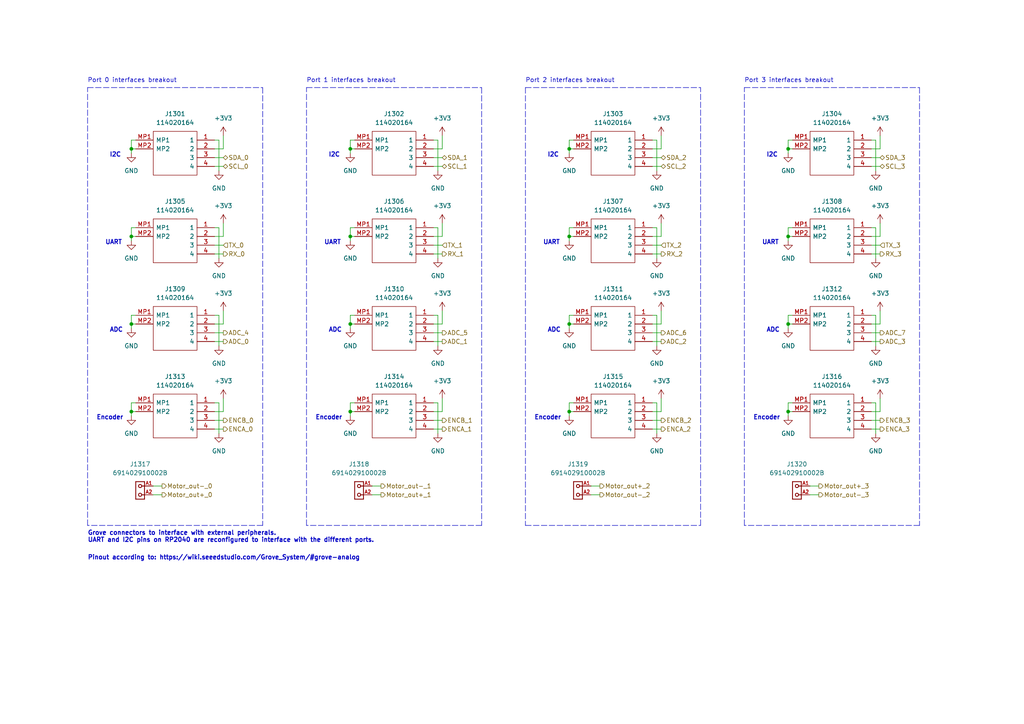
<source format=kicad_sch>
(kicad_sch (version 20211123) (generator eeschema)

  (uuid 179234f0-0703-4ed9-9b88-4c8662e74361)

  (paper "A4")

  (title_block
    (title "Thesis Proyect Luis Ernesto Fdez")
    (date "2022-03-17")
    (rev "A")
    (company "Universidad Autónoma de Querétaro")
    (comment 1 "external sensors and LEGO mechanical construction elements as educational equipment.")
    (comment 2 "Design implemets a replacement for the LEGO Mindstorms robot controllers for use with")
    (comment 3 "Distributed Open-source as: CC BY-SA 4.0")
  )

  (lib_symbols
    (symbol "114020164:114020164" (pin_names (offset 0.762)) (in_bom yes) (on_board yes)
      (property "Reference" "J" (id 0) (at -1.27 10.16 0)
        (effects (font (size 1.27 1.27)) (justify left))
      )
      (property "Value" "114020164" (id 1) (at -6.35 7.62 0)
        (effects (font (size 1.27 1.27)) (justify left))
      )
      (property "Footprint" "114020164" (id 2) (at -6.35 -7.62 0)
        (effects (font (size 1.27 1.27)) (justify left) hide)
      )
      (property "Datasheet" "https://files.seeedstudio.com/products/114020164/res/Grove%20Female%20Header%20-%20SMD-4P-2.0mm-90D%20Datasheet.pdf" (id 3) (at -6.35 -10.16 0)
        (effects (font (size 1.27 1.27)) (justify left) hide)
      )
      (property "Description" "Seeed Studio Accessories Grove Female Header - SMD-4P-2.0mm-90D-20Pcs" (id 4) (at -6.35 -12.7 0)
        (effects (font (size 1.27 1.27)) (justify left) hide)
      )
      (property "Height" "5.45" (id 5) (at -6.35 -15.24 0)
        (effects (font (size 1.27 1.27)) (justify left) hide)
      )
      (property "Manufacturer_Name" "Seeed Studio" (id 6) (at -6.35 -17.78 0)
        (effects (font (size 1.27 1.27)) (justify left) hide)
      )
      (property "Manufacturer_Part_Number" "114020164" (id 7) (at -6.35 -20.32 0)
        (effects (font (size 1.27 1.27)) (justify left) hide)
      )
      (property "Mouser Part Number" "713-114020164" (id 8) (at -6.35 -22.86 0)
        (effects (font (size 1.27 1.27)) (justify left) hide)
      )
      (property "Mouser Price/Stock" "https://www.mouser.co.uk/ProductDetail/Seeed-Studio/114020164?qs=7MVldsJ5Uayw%2FOfizq4F8w%3D%3D" (id 9) (at -6.35 -25.4 0)
        (effects (font (size 1.27 1.27)) (justify left) hide)
      )
      (property "Arrow Part Number" "" (id 10) (at 7.62 -13.97 0)
        (effects (font (size 1.27 1.27)) (justify left) hide)
      )
      (property "Arrow Price/Stock" "" (id 11) (at 7.62 -16.51 0)
        (effects (font (size 1.27 1.27)) (justify left) hide)
      )
      (symbol "114020164_0_0"
        (pin passive line (at 11.43 3.81 180) (length 5.08)
          (name "1" (effects (font (size 1.27 1.27))))
          (number "1" (effects (font (size 1.27 1.27))))
        )
        (pin passive line (at 11.43 1.27 180) (length 5.08)
          (name "2" (effects (font (size 1.27 1.27))))
          (number "2" (effects (font (size 1.27 1.27))))
        )
        (pin passive line (at 11.43 -1.27 180) (length 5.08)
          (name "3" (effects (font (size 1.27 1.27))))
          (number "3" (effects (font (size 1.27 1.27))))
        )
        (pin passive line (at 11.43 -3.81 180) (length 5.08)
          (name "4" (effects (font (size 1.27 1.27))))
          (number "4" (effects (font (size 1.27 1.27))))
        )
        (pin passive line (at -11.43 3.81 0) (length 5.08)
          (name "MP1" (effects (font (size 1.27 1.27))))
          (number "MP1" (effects (font (size 1.27 1.27))))
        )
        (pin passive line (at -11.43 1.27 0) (length 5.08)
          (name "MP2" (effects (font (size 1.27 1.27))))
          (number "MP2" (effects (font (size 1.27 1.27))))
        )
      )
      (symbol "114020164_0_1"
        (polyline
          (pts
            (xy -6.35 6.35)
            (xy 6.35 6.35)
            (xy 6.35 -6.35)
            (xy -6.35 -6.35)
            (xy -6.35 6.35)
          )
          (stroke (width 0.1524) (type default) (color 0 0 0 0))
          (fill (type none))
        )
      )
    )
    (symbol "691402910002B:691402910002B" (pin_names (offset 1.016) hide) (in_bom yes) (on_board yes)
      (property "Reference" "J" (id 0) (at 0 2.54 0)
        (effects (font (size 1.27 1.27)) (justify left bottom))
      )
      (property "Value" "691402910002B" (id 1) (at -6.35 0 0)
        (effects (font (size 1.27 1.27)) (justify left bottom))
      )
      (property "Footprint" "SnapEDA Library:691402910002B" (id 2) (at 10.16 -12.7 0)
        (effects (font (size 1.27 1.27)) (justify left bottom) hide)
      )
      (property "Datasheet" "" (id 3) (at 2.54 0 0)
        (effects (font (size 1.27 1.27)) (justify left bottom) hide)
      )
      (property "PINS" "2" (id 4) (at 33.02 -5.08 0)
        (effects (font (size 1.27 1.27)) (justify left bottom) hide)
      )
      (property "PART-NUMBER" "691402910002B" (id 5) (at 33.02 2.54 0)
        (effects (font (size 1.27 1.27)) (justify left bottom) hide)
      )
      (property "DATASHEET-URL" "https://www.we-online.com/catalog/datasheet/691402910002B.pdf" (id 6) (at 10.16 -10.16 0)
        (effects (font (size 1.27 1.27)) (justify left bottom) hide)
      )
      (property "VALUE" "691402910002B" (id 7) (at 10.16 2.54 0)
        (effects (font (size 1.27 1.27)) (justify left bottom) hide)
      )
      (property "MOUNT" "THT" (id 8) (at 33.02 -2.54 0)
        (effects (font (size 1.27 1.27)) (justify left bottom) hide)
      )
      (property "IR-UL" "6A" (id 9) (at 10.16 -5.08 0)
        (effects (font (size 1.27 1.27)) (justify left bottom) hide)
      )
      (property "WORKING-VOLTAGE-UL" "150V (AC)" (id 10) (at 10.16 -2.54 0)
        (effects (font (size 1.27 1.27)) (justify left bottom) hide)
      )
      (property "TYPE" "Horizontal" (id 11) (at 10.16 0 0)
        (effects (font (size 1.27 1.27)) (justify left bottom) hide)
      )
      (property "PITCH" "2.54mm" (id 12) (at 33.02 0 0)
        (effects (font (size 1.27 1.27)) (justify left bottom) hide)
      )
      (property "WIRE" "20 to 26 (AWG) 0.518 to 0.129 (mm²)" (id 13) (at 10.16 -7.62 0)
        (effects (font (size 1.27 1.27)) (justify left bottom) hide)
      )
      (property "ki_locked" "" (id 14) (at 0 0 0)
        (effects (font (size 1.27 1.27)))
      )
      (symbol "691402910002B_0_0"
        (circle (center 0 -1.27) (radius 0.4572)
          (stroke (width 0.254) (type default) (color 0 0 0 0))
          (fill (type none))
        )
        (polyline
          (pts
            (xy -1.27 -2.54)
            (xy 3.81 -2.54)
          )
          (stroke (width 0.254) (type default) (color 0 0 0 0))
          (fill (type none))
        )
        (polyline
          (pts
            (xy -1.27 0)
            (xy -1.27 -2.54)
          )
          (stroke (width 0.254) (type default) (color 0 0 0 0))
          (fill (type none))
        )
        (polyline
          (pts
            (xy 0 -1.778)
            (xy 0 -2.54)
          )
          (stroke (width 0.254) (type default) (color 0 0 0 0))
          (fill (type none))
        )
        (polyline
          (pts
            (xy 2.54 -1.778)
            (xy 2.54 -2.54)
          )
          (stroke (width 0.254) (type default) (color 0 0 0 0))
          (fill (type none))
        )
        (polyline
          (pts
            (xy 3.81 -2.54)
            (xy 3.81 0)
          )
          (stroke (width 0.254) (type default) (color 0 0 0 0))
          (fill (type none))
        )
        (polyline
          (pts
            (xy 3.81 0)
            (xy -1.27 0)
          )
          (stroke (width 0.254) (type default) (color 0 0 0 0))
          (fill (type none))
        )
        (circle (center 2.54 -1.27) (radius 0.4572)
          (stroke (width 0.254) (type default) (color 0 0 0 0))
          (fill (type none))
        )
        (pin passive line (at 0 -5.08 90) (length 2.54)
          (name "~" (effects (font (size 1.016 1.016))))
          (number "A1" (effects (font (size 1.016 1.016))))
        )
        (pin passive line (at 0 -5.08 90) (length 2.54)
          (name "~" (effects (font (size 1.016 1.016))))
          (number "A1" (effects (font (size 1.016 1.016))))
        )
        (pin passive line (at 2.54 -5.08 90) (length 2.54)
          (name "~" (effects (font (size 1.016 1.016))))
          (number "A2" (effects (font (size 1.016 1.016))))
        )
        (pin passive line (at 2.54 -5.08 90) (length 2.54)
          (name "~" (effects (font (size 1.016 1.016))))
          (number "A2" (effects (font (size 1.016 1.016))))
        )
      )
    )
    (symbol "power:+3.3V" (power) (pin_names (offset 0)) (in_bom yes) (on_board yes)
      (property "Reference" "#PWR" (id 0) (at 0 -3.81 0)
        (effects (font (size 1.27 1.27)) hide)
      )
      (property "Value" "+3.3V" (id 1) (at 0 3.556 0)
        (effects (font (size 1.27 1.27)))
      )
      (property "Footprint" "" (id 2) (at 0 0 0)
        (effects (font (size 1.27 1.27)) hide)
      )
      (property "Datasheet" "" (id 3) (at 0 0 0)
        (effects (font (size 1.27 1.27)) hide)
      )
      (property "ki_keywords" "power-flag" (id 4) (at 0 0 0)
        (effects (font (size 1.27 1.27)) hide)
      )
      (property "ki_description" "Power symbol creates a global label with name \"+3.3V\"" (id 5) (at 0 0 0)
        (effects (font (size 1.27 1.27)) hide)
      )
      (symbol "+3.3V_0_1"
        (polyline
          (pts
            (xy -0.762 1.27)
            (xy 0 2.54)
          )
          (stroke (width 0) (type default) (color 0 0 0 0))
          (fill (type none))
        )
        (polyline
          (pts
            (xy 0 0)
            (xy 0 2.54)
          )
          (stroke (width 0) (type default) (color 0 0 0 0))
          (fill (type none))
        )
        (polyline
          (pts
            (xy 0 2.54)
            (xy 0.762 1.27)
          )
          (stroke (width 0) (type default) (color 0 0 0 0))
          (fill (type none))
        )
      )
      (symbol "+3.3V_1_1"
        (pin power_in line (at 0 0 90) (length 0) hide
          (name "+3V3" (effects (font (size 1.27 1.27))))
          (number "1" (effects (font (size 1.27 1.27))))
        )
      )
    )
    (symbol "power:GND" (power) (pin_names (offset 0)) (in_bom yes) (on_board yes)
      (property "Reference" "#PWR" (id 0) (at 0 -6.35 0)
        (effects (font (size 1.27 1.27)) hide)
      )
      (property "Value" "GND" (id 1) (at 0 -3.81 0)
        (effects (font (size 1.27 1.27)))
      )
      (property "Footprint" "" (id 2) (at 0 0 0)
        (effects (font (size 1.27 1.27)) hide)
      )
      (property "Datasheet" "" (id 3) (at 0 0 0)
        (effects (font (size 1.27 1.27)) hide)
      )
      (property "ki_keywords" "power-flag" (id 4) (at 0 0 0)
        (effects (font (size 1.27 1.27)) hide)
      )
      (property "ki_description" "Power symbol creates a global label with name \"GND\" , ground" (id 5) (at 0 0 0)
        (effects (font (size 1.27 1.27)) hide)
      )
      (symbol "GND_0_1"
        (polyline
          (pts
            (xy 0 0)
            (xy 0 -1.27)
            (xy 1.27 -1.27)
            (xy 0 -2.54)
            (xy -1.27 -1.27)
            (xy 0 -1.27)
          )
          (stroke (width 0) (type default) (color 0 0 0 0))
          (fill (type none))
        )
      )
      (symbol "GND_1_1"
        (pin power_in line (at 0 0 270) (length 0) hide
          (name "GND" (effects (font (size 1.27 1.27))))
          (number "1" (effects (font (size 1.27 1.27))))
        )
      )
    )
  )

  (junction (at 228.6 119.38) (diameter 0) (color 0 0 0 0)
    (uuid 000c63bc-8ab3-4d3b-a98e-32240cbba674)
  )
  (junction (at 228.6 43.18) (diameter 0) (color 0 0 0 0)
    (uuid 15ac1906-10ac-48b9-a30a-48089aeff7f0)
  )
  (junction (at 165.1 68.58) (diameter 0) (color 0 0 0 0)
    (uuid 18dc78c2-5f7d-449d-9dfd-93e1783e7472)
  )
  (junction (at 228.6 68.58) (diameter 0) (color 0 0 0 0)
    (uuid 19cd9e73-493e-4338-8f7c-3e43f63ece55)
  )
  (junction (at 101.6 43.18) (diameter 0) (color 0 0 0 0)
    (uuid 3bfd7952-eb94-4918-a1b1-28871653428a)
  )
  (junction (at 165.1 93.98) (diameter 0) (color 0 0 0 0)
    (uuid 4269a75f-a2f7-4126-bdb2-16288769fe58)
  )
  (junction (at 38.1 43.18) (diameter 0) (color 0 0 0 0)
    (uuid 6081b620-2127-47fa-9fc9-3d30c1da1eff)
  )
  (junction (at 165.1 119.38) (diameter 0) (color 0 0 0 0)
    (uuid 618782a2-0945-44e3-a193-e6365314fd83)
  )
  (junction (at 38.1 119.38) (diameter 0) (color 0 0 0 0)
    (uuid 7a652cf7-4e5e-496a-88ee-a18cb99e9487)
  )
  (junction (at 165.1 43.18) (diameter 0) (color 0 0 0 0)
    (uuid 84f7f3dd-326c-4d74-8f4b-a85667c2ad94)
  )
  (junction (at 101.6 119.38) (diameter 0) (color 0 0 0 0)
    (uuid 9fbdd4ce-8a13-4188-b53b-e515a12961af)
  )
  (junction (at 38.1 93.98) (diameter 0) (color 0 0 0 0)
    (uuid a0661bcf-f951-43e4-b65c-2273e966d4a0)
  )
  (junction (at 228.6 93.98) (diameter 0) (color 0 0 0 0)
    (uuid b2fba8a1-a8e8-4335-9350-97c78855f30d)
  )
  (junction (at 101.6 93.98) (diameter 0) (color 0 0 0 0)
    (uuid cd459b8c-3ca7-4f26-8ec6-382d3db10511)
  )
  (junction (at 101.6 68.58) (diameter 0) (color 0 0 0 0)
    (uuid f2107120-1205-44c5-8f22-78f80e2a2740)
  )
  (junction (at 38.1 68.58) (diameter 0) (color 0 0 0 0)
    (uuid fdadc6a1-1498-43fc-988a-061b2666879a)
  )

  (wire (pts (xy 165.1 93.98) (xy 166.37 93.98))
    (stroke (width 0) (type default) (color 0 0 0 0))
    (uuid 02435985-a44b-466f-8faa-3d631a6edcde)
  )
  (wire (pts (xy 234.95 140.97) (xy 237.49 140.97))
    (stroke (width 0) (type default) (color 0 0 0 0))
    (uuid 029f494a-c495-48a3-8e46-d372ae5a8545)
  )
  (wire (pts (xy 255.27 90.17) (xy 255.27 93.98))
    (stroke (width 0) (type default) (color 0 0 0 0))
    (uuid 03050117-2061-4b9d-be79-939564989f36)
  )
  (wire (pts (xy 255.27 39.37) (xy 255.27 43.18))
    (stroke (width 0) (type default) (color 0 0 0 0))
    (uuid 03a11c21-e67e-42a5-ad01-cc0d982a5da8)
  )
  (wire (pts (xy 38.1 68.58) (xy 38.1 66.04))
    (stroke (width 0) (type default) (color 0 0 0 0))
    (uuid 03cf3e4b-3808-4a46-b70a-9ce716a1ef03)
  )
  (wire (pts (xy 228.6 116.84) (xy 229.87 116.84))
    (stroke (width 0) (type default) (color 0 0 0 0))
    (uuid 0529714e-72a0-4d6e-8543-84f02eca2648)
  )
  (wire (pts (xy 38.1 91.44) (xy 39.37 91.44))
    (stroke (width 0) (type default) (color 0 0 0 0))
    (uuid 07808a79-6fde-48ec-b7b6-a10210b12272)
  )
  (wire (pts (xy 190.5 40.64) (xy 189.23 40.64))
    (stroke (width 0) (type default) (color 0 0 0 0))
    (uuid 0903a443-4131-4ccb-80ae-b10f03575b24)
  )
  (wire (pts (xy 101.6 43.18) (xy 101.6 40.64))
    (stroke (width 0) (type default) (color 0 0 0 0))
    (uuid 09113f1b-fa1e-4155-88ad-9d73ff05522a)
  )
  (wire (pts (xy 189.23 96.52) (xy 191.77 96.52))
    (stroke (width 0) (type default) (color 0 0 0 0))
    (uuid 09d7fcc1-8d6a-4030-888d-a84d79fd4965)
  )
  (wire (pts (xy 165.1 40.64) (xy 166.37 40.64))
    (stroke (width 0) (type default) (color 0 0 0 0))
    (uuid 0acd5d6c-41c4-43c2-b227-8ce084edaedc)
  )
  (wire (pts (xy 125.73 121.92) (xy 128.27 121.92))
    (stroke (width 0) (type default) (color 0 0 0 0))
    (uuid 0b0ce4d0-5a5a-4d55-a63f-d22e9c7925c2)
  )
  (wire (pts (xy 252.73 48.26) (xy 255.27 48.26))
    (stroke (width 0) (type default) (color 0 0 0 0))
    (uuid 0b312a18-c0ba-438c-9b1b-8adef00813fb)
  )
  (wire (pts (xy 254 100.33) (xy 254 91.44))
    (stroke (width 0) (type default) (color 0 0 0 0))
    (uuid 0b396afa-b171-4afa-b21a-91f00c749033)
  )
  (wire (pts (xy 191.77 115.57) (xy 191.77 119.38))
    (stroke (width 0) (type default) (color 0 0 0 0))
    (uuid 0c430f53-0dbf-49a9-9a05-2f208fc1cab7)
  )
  (wire (pts (xy 165.1 66.04) (xy 166.37 66.04))
    (stroke (width 0) (type default) (color 0 0 0 0))
    (uuid 0e7c7ee2-c60a-4b87-91f4-7f711b637454)
  )
  (polyline (pts (xy 266.7 152.4) (xy 215.9 152.4))
    (stroke (width 0) (type default) (color 0 0 0 0))
    (uuid 0fe7acbb-b238-4341-852d-23f3f17ca9e1)
  )

  (wire (pts (xy 64.77 93.98) (xy 62.23 93.98))
    (stroke (width 0) (type default) (color 0 0 0 0))
    (uuid 10b1f2ec-7b24-4b16-8f7e-a73da8f30aba)
  )
  (wire (pts (xy 125.73 124.46) (xy 128.27 124.46))
    (stroke (width 0) (type default) (color 0 0 0 0))
    (uuid 1168b627-78dc-4c88-97fe-97c0b0249eed)
  )
  (wire (pts (xy 101.6 66.04) (xy 102.87 66.04))
    (stroke (width 0) (type default) (color 0 0 0 0))
    (uuid 12d17f8d-b4b7-4825-922a-781c65df9cc6)
  )
  (wire (pts (xy 128.27 39.37) (xy 128.27 43.18))
    (stroke (width 0) (type default) (color 0 0 0 0))
    (uuid 12da1de0-88a3-4e65-994b-6a6710303663)
  )
  (wire (pts (xy 125.73 45.72) (xy 128.27 45.72))
    (stroke (width 0) (type default) (color 0 0 0 0))
    (uuid 13486a5d-f02c-465d-a612-032388ac2a8a)
  )
  (wire (pts (xy 165.1 93.98) (xy 165.1 91.44))
    (stroke (width 0) (type default) (color 0 0 0 0))
    (uuid 15f44bce-e9fe-4755-884b-1dfe02ffe7cb)
  )
  (wire (pts (xy 128.27 90.17) (xy 128.27 93.98))
    (stroke (width 0) (type default) (color 0 0 0 0))
    (uuid 16f71d5c-4403-4c28-993f-2db69e6acda5)
  )
  (wire (pts (xy 62.23 48.26) (xy 64.77 48.26))
    (stroke (width 0) (type default) (color 0 0 0 0))
    (uuid 17370eb3-a930-4cc7-b798-3d35cba4d1b4)
  )
  (wire (pts (xy 228.6 91.44) (xy 229.87 91.44))
    (stroke (width 0) (type default) (color 0 0 0 0))
    (uuid 1857ae5b-b8c2-4b6c-a0f5-08196ec369d0)
  )
  (wire (pts (xy 228.6 69.85) (xy 228.6 68.58))
    (stroke (width 0) (type default) (color 0 0 0 0))
    (uuid 18837b83-4633-46be-8a28-3e65e99a4c40)
  )
  (wire (pts (xy 63.5 116.84) (xy 63.5 125.73))
    (stroke (width 0) (type default) (color 0 0 0 0))
    (uuid 1cc14b04-0659-4aeb-856c-d2380142f744)
  )
  (wire (pts (xy 252.73 45.72) (xy 255.27 45.72))
    (stroke (width 0) (type default) (color 0 0 0 0))
    (uuid 1edd1f9c-78db-4d24-8a28-ecbfd59cc922)
  )
  (polyline (pts (xy 139.7 152.4) (xy 88.9 152.4))
    (stroke (width 0) (type default) (color 0 0 0 0))
    (uuid 1f372553-a4b8-411f-9461-6cafd8700780)
  )

  (wire (pts (xy 171.45 140.97) (xy 173.99 140.97))
    (stroke (width 0) (type default) (color 0 0 0 0))
    (uuid 20832e91-7058-41fe-9f1f-b94597040b3d)
  )
  (wire (pts (xy 62.23 124.46) (xy 64.77 124.46))
    (stroke (width 0) (type default) (color 0 0 0 0))
    (uuid 20daf0c0-9f5e-4498-ab96-42cb2feee1c3)
  )
  (wire (pts (xy 128.27 68.58) (xy 125.73 68.58))
    (stroke (width 0) (type default) (color 0 0 0 0))
    (uuid 224c2af7-c58f-4ab1-aad9-55dc2855157c)
  )
  (polyline (pts (xy 203.2 152.4) (xy 203.2 25.4))
    (stroke (width 0) (type default) (color 0 0 0 0))
    (uuid 27747ef4-0b8b-4cfd-b586-848ffb129130)
  )

  (wire (pts (xy 62.23 99.06) (xy 64.77 99.06))
    (stroke (width 0) (type default) (color 0 0 0 0))
    (uuid 281ca0e9-4215-458e-8020-d44942c855ce)
  )
  (wire (pts (xy 189.23 124.46) (xy 191.77 124.46))
    (stroke (width 0) (type default) (color 0 0 0 0))
    (uuid 28691ab9-9f16-4d22-a230-b391e3f34fed)
  )
  (polyline (pts (xy 152.4 152.4) (xy 203.2 152.4))
    (stroke (width 0) (type default) (color 0 0 0 0))
    (uuid 28c1cde9-1f10-4b38-9576-8f03f47fff15)
  )

  (wire (pts (xy 165.1 68.58) (xy 166.37 68.58))
    (stroke (width 0) (type default) (color 0 0 0 0))
    (uuid 29f291f5-f5d2-4f5b-af28-17af8372eed0)
  )
  (wire (pts (xy 190.5 66.04) (xy 189.23 66.04))
    (stroke (width 0) (type default) (color 0 0 0 0))
    (uuid 29f55533-2863-4dca-889b-482f601b878b)
  )
  (wire (pts (xy 252.73 121.92) (xy 255.27 121.92))
    (stroke (width 0) (type default) (color 0 0 0 0))
    (uuid 2a883e62-c48a-4196-b8db-2d4354d1f771)
  )
  (wire (pts (xy 189.23 93.98) (xy 191.77 93.98))
    (stroke (width 0) (type default) (color 0 0 0 0))
    (uuid 2b698bdf-e4ed-49b5-ba61-f34eafef1a7d)
  )
  (wire (pts (xy 63.5 66.04) (xy 62.23 66.04))
    (stroke (width 0) (type default) (color 0 0 0 0))
    (uuid 2bedd591-4623-497f-ada0-643eb2fe7bd5)
  )
  (wire (pts (xy 191.77 93.98) (xy 191.77 90.17))
    (stroke (width 0) (type default) (color 0 0 0 0))
    (uuid 2c5b7f80-e8cc-4d07-8417-aba49646a692)
  )
  (wire (pts (xy 62.23 71.12) (xy 64.77 71.12))
    (stroke (width 0) (type default) (color 0 0 0 0))
    (uuid 2da7e48e-617a-44d5-bf73-e6db5caa136b)
  )
  (wire (pts (xy 228.6 43.18) (xy 229.87 43.18))
    (stroke (width 0) (type default) (color 0 0 0 0))
    (uuid 2ec02f3e-e435-4d21-a002-8114fe46d171)
  )
  (wire (pts (xy 62.23 40.64) (xy 63.5 40.64))
    (stroke (width 0) (type default) (color 0 0 0 0))
    (uuid 30c07f57-4c63-4142-8f36-b4125d3f2deb)
  )
  (wire (pts (xy 38.1 119.38) (xy 38.1 116.84))
    (stroke (width 0) (type default) (color 0 0 0 0))
    (uuid 30c4cfd0-0a13-4fd9-b205-31d4a4a95979)
  )
  (wire (pts (xy 165.1 120.65) (xy 165.1 119.38))
    (stroke (width 0) (type default) (color 0 0 0 0))
    (uuid 3265919c-dc20-4dce-bad8-ca2d7e47e5d8)
  )
  (wire (pts (xy 190.5 116.84) (xy 189.23 116.84))
    (stroke (width 0) (type default) (color 0 0 0 0))
    (uuid 34c54def-e2f4-4915-b67d-220fd61e452d)
  )
  (wire (pts (xy 62.23 116.84) (xy 63.5 116.84))
    (stroke (width 0) (type default) (color 0 0 0 0))
    (uuid 34ed5933-db01-4d61-bfc7-008aca4ed2dc)
  )
  (wire (pts (xy 101.6 44.45) (xy 101.6 43.18))
    (stroke (width 0) (type default) (color 0 0 0 0))
    (uuid 35498c28-c7cf-4a86-b459-3bd30777b945)
  )
  (wire (pts (xy 127 66.04) (xy 125.73 66.04))
    (stroke (width 0) (type default) (color 0 0 0 0))
    (uuid 35f7ab93-4af5-4df7-93c4-279c582dcdf0)
  )
  (wire (pts (xy 255.27 43.18) (xy 252.73 43.18))
    (stroke (width 0) (type default) (color 0 0 0 0))
    (uuid 37377e61-f073-43d2-bd25-40114b8eddc2)
  )
  (wire (pts (xy 234.95 143.51) (xy 237.49 143.51))
    (stroke (width 0) (type default) (color 0 0 0 0))
    (uuid 3af1af98-4560-4962-a964-0a089341748a)
  )
  (wire (pts (xy 101.6 91.44) (xy 102.87 91.44))
    (stroke (width 0) (type default) (color 0 0 0 0))
    (uuid 3b633157-22ff-429a-a85b-67a71cf7fc48)
  )
  (wire (pts (xy 254 66.04) (xy 252.73 66.04))
    (stroke (width 0) (type default) (color 0 0 0 0))
    (uuid 3dfe90da-c09c-4716-b309-5d8e60083e8d)
  )
  (wire (pts (xy 128.27 115.57) (xy 128.27 119.38))
    (stroke (width 0) (type default) (color 0 0 0 0))
    (uuid 3f577cb5-2d90-494b-9797-e703961900a7)
  )
  (wire (pts (xy 101.6 40.64) (xy 102.87 40.64))
    (stroke (width 0) (type default) (color 0 0 0 0))
    (uuid 3fa7a8e6-29b4-4f32-be27-e1e12583f99c)
  )
  (wire (pts (xy 101.6 68.58) (xy 102.87 68.58))
    (stroke (width 0) (type default) (color 0 0 0 0))
    (uuid 40aabece-2765-4ffd-9889-6c5bfb7ea26c)
  )
  (wire (pts (xy 38.1 44.45) (xy 38.1 43.18))
    (stroke (width 0) (type default) (color 0 0 0 0))
    (uuid 45bcd6f7-16e3-4597-8c23-b1e1e5e650b1)
  )
  (polyline (pts (xy 152.4 25.4) (xy 203.2 25.4))
    (stroke (width 0) (type default) (color 0 0 0 0))
    (uuid 46e1d97d-56ae-4cb8-b181-2d950003be98)
  )

  (wire (pts (xy 189.23 71.12) (xy 191.77 71.12))
    (stroke (width 0) (type default) (color 0 0 0 0))
    (uuid 4727b630-8c94-441f-94b2-9c67a9bee1ca)
  )
  (wire (pts (xy 128.27 64.77) (xy 128.27 68.58))
    (stroke (width 0) (type default) (color 0 0 0 0))
    (uuid 48089c3c-6063-43f7-a841-23ed738e5f08)
  )
  (wire (pts (xy 165.1 91.44) (xy 166.37 91.44))
    (stroke (width 0) (type default) (color 0 0 0 0))
    (uuid 4872f0a3-bd41-47ca-99cf-d628a6ba3d03)
  )
  (wire (pts (xy 101.6 93.98) (xy 101.6 91.44))
    (stroke (width 0) (type default) (color 0 0 0 0))
    (uuid 49fb6502-f34c-4b5b-946f-82fb237112d6)
  )
  (wire (pts (xy 228.6 40.64) (xy 229.87 40.64))
    (stroke (width 0) (type default) (color 0 0 0 0))
    (uuid 4b14367b-39b9-490c-bfe7-493f3fb9154e)
  )
  (polyline (pts (xy 215.9 25.4) (xy 266.7 25.4))
    (stroke (width 0) (type default) (color 0 0 0 0))
    (uuid 4b3420be-cd30-40a7-946a-563cf0444a3a)
  )

  (wire (pts (xy 255.27 64.77) (xy 255.27 68.58))
    (stroke (width 0) (type default) (color 0 0 0 0))
    (uuid 4bbc8336-6854-43e4-93c8-8756ad46fa85)
  )
  (wire (pts (xy 64.77 43.18) (xy 64.77 39.37))
    (stroke (width 0) (type default) (color 0 0 0 0))
    (uuid 4c57e66e-bf0b-412a-9a81-f25330763ba4)
  )
  (wire (pts (xy 64.77 68.58) (xy 62.23 68.58))
    (stroke (width 0) (type default) (color 0 0 0 0))
    (uuid 4dc0181e-1638-4068-9c34-c740e59b984b)
  )
  (wire (pts (xy 190.5 49.53) (xy 190.5 40.64))
    (stroke (width 0) (type default) (color 0 0 0 0))
    (uuid 4fec30a9-0c32-4619-9ba7-da6855554de4)
  )
  (polyline (pts (xy 88.9 25.4) (xy 139.7 25.4))
    (stroke (width 0) (type default) (color 0 0 0 0))
    (uuid 509d1fca-2ef1-4841-a517-f1d424e8d42a)
  )

  (wire (pts (xy 228.6 93.98) (xy 229.87 93.98))
    (stroke (width 0) (type default) (color 0 0 0 0))
    (uuid 5215e190-42c3-4b92-8386-3a02caf52d10)
  )
  (wire (pts (xy 127 100.33) (xy 127 91.44))
    (stroke (width 0) (type default) (color 0 0 0 0))
    (uuid 54cb6118-fbd9-47c8-9cf0-b65d6b1790a6)
  )
  (wire (pts (xy 189.23 45.72) (xy 191.77 45.72))
    (stroke (width 0) (type default) (color 0 0 0 0))
    (uuid 56cef7b2-5bde-400a-af91-c59d05aacc9f)
  )
  (wire (pts (xy 38.1 66.04) (xy 39.37 66.04))
    (stroke (width 0) (type default) (color 0 0 0 0))
    (uuid 57187a70-1f07-407f-a049-8778fa5daa32)
  )
  (wire (pts (xy 165.1 69.85) (xy 165.1 68.58))
    (stroke (width 0) (type default) (color 0 0 0 0))
    (uuid 584a1b92-79ce-44b4-aa36-bed879025922)
  )
  (wire (pts (xy 125.73 43.18) (xy 128.27 43.18))
    (stroke (width 0) (type default) (color 0 0 0 0))
    (uuid 5a771aa8-1007-4638-b0ed-95dbf88276b9)
  )
  (wire (pts (xy 44.45 140.97) (xy 46.99 140.97))
    (stroke (width 0) (type default) (color 0 0 0 0))
    (uuid 5a7e24c9-e039-4fca-9bef-1f3b18b2d313)
  )
  (wire (pts (xy 38.1 93.98) (xy 38.1 91.44))
    (stroke (width 0) (type default) (color 0 0 0 0))
    (uuid 5c9d202b-c05d-45ff-8d1f-ac8c97f32c67)
  )
  (wire (pts (xy 191.77 119.38) (xy 189.23 119.38))
    (stroke (width 0) (type default) (color 0 0 0 0))
    (uuid 60bd163e-a4eb-4e0b-9e1a-0b629bc4ab8d)
  )
  (wire (pts (xy 101.6 93.98) (xy 102.87 93.98))
    (stroke (width 0) (type default) (color 0 0 0 0))
    (uuid 612cc728-2acc-4e92-a5e4-2eaee308d14f)
  )
  (wire (pts (xy 255.27 115.57) (xy 255.27 119.38))
    (stroke (width 0) (type default) (color 0 0 0 0))
    (uuid 6233c02d-abc7-4c79-a5cb-21b04bffa05d)
  )
  (wire (pts (xy 191.77 39.37) (xy 191.77 43.18))
    (stroke (width 0) (type default) (color 0 0 0 0))
    (uuid 6335b4fc-d634-4150-a71c-0161d7598129)
  )
  (wire (pts (xy 63.5 40.64) (xy 63.5 49.53))
    (stroke (width 0) (type default) (color 0 0 0 0))
    (uuid 635a65c7-f99c-45da-bfdc-c847f878bf0d)
  )
  (wire (pts (xy 190.5 66.04) (xy 190.5 74.93))
    (stroke (width 0) (type default) (color 0 0 0 0))
    (uuid 6394254a-062a-4ca2-93d7-92e82a3ed945)
  )
  (polyline (pts (xy 152.4 25.4) (xy 152.4 152.4))
    (stroke (width 0) (type default) (color 0 0 0 0))
    (uuid 67c44f86-8469-4b10-96d5-71aff1c745b4)
  )

  (wire (pts (xy 125.73 71.12) (xy 128.27 71.12))
    (stroke (width 0) (type default) (color 0 0 0 0))
    (uuid 67cfb3cf-4899-44d5-93e5-05732b1493d1)
  )
  (wire (pts (xy 125.73 40.64) (xy 127 40.64))
    (stroke (width 0) (type default) (color 0 0 0 0))
    (uuid 6b85a150-049c-4c15-8e64-5e97b611a77c)
  )
  (wire (pts (xy 44.45 143.51) (xy 46.99 143.51))
    (stroke (width 0) (type default) (color 0 0 0 0))
    (uuid 6e263c6e-a23b-4fe9-829f-f0571a5411b9)
  )
  (polyline (pts (xy 139.7 25.4) (xy 139.7 152.4))
    (stroke (width 0) (type default) (color 0 0 0 0))
    (uuid 6e836023-16ce-451d-a1ed-e384fbc2dc97)
  )

  (wire (pts (xy 252.73 99.06) (xy 255.27 99.06))
    (stroke (width 0) (type default) (color 0 0 0 0))
    (uuid 6e9e49b3-0315-423f-8572-24a31b1d684f)
  )
  (wire (pts (xy 165.1 43.18) (xy 165.1 40.64))
    (stroke (width 0) (type default) (color 0 0 0 0))
    (uuid 6fb4a8fc-0bea-4e69-ace7-6f12e8ea5dca)
  )
  (wire (pts (xy 128.27 93.98) (xy 125.73 93.98))
    (stroke (width 0) (type default) (color 0 0 0 0))
    (uuid 701a3246-d943-4379-8db4-d7cd7266b3e3)
  )
  (wire (pts (xy 189.23 43.18) (xy 191.77 43.18))
    (stroke (width 0) (type default) (color 0 0 0 0))
    (uuid 71029fa6-fd4d-4ad9-ac81-d617f1161041)
  )
  (wire (pts (xy 62.23 73.66) (xy 64.77 73.66))
    (stroke (width 0) (type default) (color 0 0 0 0))
    (uuid 71a49252-4fa8-410f-a628-66ac15e7f8d4)
  )
  (wire (pts (xy 189.23 73.66) (xy 191.77 73.66))
    (stroke (width 0) (type default) (color 0 0 0 0))
    (uuid 734c0c7d-11b1-43ae-aca8-8381f48ff363)
  )
  (wire (pts (xy 125.73 48.26) (xy 128.27 48.26))
    (stroke (width 0) (type default) (color 0 0 0 0))
    (uuid 73b41b69-5bc9-4eb3-a549-62aaf7b3791e)
  )
  (wire (pts (xy 228.6 120.65) (xy 228.6 119.38))
    (stroke (width 0) (type default) (color 0 0 0 0))
    (uuid 73d256af-6196-4a13-8c38-f4e66d1dccbc)
  )
  (wire (pts (xy 63.5 91.44) (xy 62.23 91.44))
    (stroke (width 0) (type default) (color 0 0 0 0))
    (uuid 760eb20c-7f97-4595-9059-35dcbf3d354d)
  )
  (wire (pts (xy 228.6 119.38) (xy 228.6 116.84))
    (stroke (width 0) (type default) (color 0 0 0 0))
    (uuid 76a293e7-1e7d-4f66-9056-0ca85fdf8e6c)
  )
  (wire (pts (xy 252.73 124.46) (xy 255.27 124.46))
    (stroke (width 0) (type default) (color 0 0 0 0))
    (uuid 77f893ff-db31-4839-a3a7-96da2c112d2f)
  )
  (polyline (pts (xy 88.9 152.4) (xy 88.9 25.4))
    (stroke (width 0) (type default) (color 0 0 0 0))
    (uuid 7b844bae-4be9-4cc3-b560-3969106bca8e)
  )

  (wire (pts (xy 189.23 91.44) (xy 190.5 91.44))
    (stroke (width 0) (type default) (color 0 0 0 0))
    (uuid 7be56b95-7808-48b3-8802-eb56b9b04a0e)
  )
  (wire (pts (xy 127 91.44) (xy 125.73 91.44))
    (stroke (width 0) (type default) (color 0 0 0 0))
    (uuid 7cb59b17-4bd1-4eb4-a872-5d6a3d5287dc)
  )
  (wire (pts (xy 165.1 44.45) (xy 165.1 43.18))
    (stroke (width 0) (type default) (color 0 0 0 0))
    (uuid 7d0fade2-3afb-4560-a556-bd75e7cd1670)
  )
  (wire (pts (xy 254 49.53) (xy 254 40.64))
    (stroke (width 0) (type default) (color 0 0 0 0))
    (uuid 7fdbe720-07be-4953-9e06-b892c84aa74e)
  )
  (wire (pts (xy 101.6 119.38) (xy 102.87 119.38))
    (stroke (width 0) (type default) (color 0 0 0 0))
    (uuid 81aa6351-8bb7-4fcc-9bac-e60beed4cc04)
  )
  (wire (pts (xy 101.6 69.85) (xy 101.6 68.58))
    (stroke (width 0) (type default) (color 0 0 0 0))
    (uuid 848be43a-28f7-492c-a829-51e5d2697e8a)
  )
  (wire (pts (xy 125.73 73.66) (xy 128.27 73.66))
    (stroke (width 0) (type default) (color 0 0 0 0))
    (uuid 8539dee2-b2b3-4964-9c82-5112688ce2b9)
  )
  (wire (pts (xy 127 74.93) (xy 127 66.04))
    (stroke (width 0) (type default) (color 0 0 0 0))
    (uuid 85a075dd-835d-4ebb-9f84-580e821f1e9c)
  )
  (wire (pts (xy 228.6 68.58) (xy 228.6 66.04))
    (stroke (width 0) (type default) (color 0 0 0 0))
    (uuid 874f12a6-231a-4a9c-8ed4-e7ec7a2fa6ec)
  )
  (wire (pts (xy 62.23 45.72) (xy 64.77 45.72))
    (stroke (width 0) (type default) (color 0 0 0 0))
    (uuid 87aef0f4-9b27-40a5-a20f-0f9e68a7f19d)
  )
  (wire (pts (xy 38.1 116.84) (xy 39.37 116.84))
    (stroke (width 0) (type default) (color 0 0 0 0))
    (uuid 8878f23d-39dc-4779-ad74-4e813fcae166)
  )
  (wire (pts (xy 228.6 43.18) (xy 228.6 40.64))
    (stroke (width 0) (type default) (color 0 0 0 0))
    (uuid 89fc78e4-f0c7-4aa0-b9c0-f7d1b121d73e)
  )
  (wire (pts (xy 38.1 40.64) (xy 39.37 40.64))
    (stroke (width 0) (type default) (color 0 0 0 0))
    (uuid 8a78c097-1de0-4d32-96ec-ddf7faf20c92)
  )
  (wire (pts (xy 128.27 119.38) (xy 125.73 119.38))
    (stroke (width 0) (type default) (color 0 0 0 0))
    (uuid 8bdda492-3eb8-4ce7-ad55-4ba8c2c36569)
  )
  (wire (pts (xy 38.1 93.98) (xy 39.37 93.98))
    (stroke (width 0) (type default) (color 0 0 0 0))
    (uuid 8d742335-7112-4714-9cbd-54718291a200)
  )
  (wire (pts (xy 125.73 96.52) (xy 128.27 96.52))
    (stroke (width 0) (type default) (color 0 0 0 0))
    (uuid 8e64116a-f75e-4160-8270-68901dc51d99)
  )
  (wire (pts (xy 189.23 48.26) (xy 191.77 48.26))
    (stroke (width 0) (type default) (color 0 0 0 0))
    (uuid 8f3bbc7c-a8f0-46c5-8cee-2f52ece7bf9f)
  )
  (wire (pts (xy 228.6 93.98) (xy 228.6 91.44))
    (stroke (width 0) (type default) (color 0 0 0 0))
    (uuid 91ee1a0d-22e4-476b-924b-0e24aa52ef10)
  )
  (wire (pts (xy 252.73 96.52) (xy 255.27 96.52))
    (stroke (width 0) (type default) (color 0 0 0 0))
    (uuid 92af9bd2-e922-4800-b1fe-ce86ab3a2024)
  )
  (wire (pts (xy 107.95 140.97) (xy 110.49 140.97))
    (stroke (width 0) (type default) (color 0 0 0 0))
    (uuid 951d5eb8-a833-49b2-ba01-d5c79c473fbd)
  )
  (wire (pts (xy 101.6 43.18) (xy 102.87 43.18))
    (stroke (width 0) (type default) (color 0 0 0 0))
    (uuid 96407832-21c6-49d1-b4da-dbfd22d80192)
  )
  (wire (pts (xy 165.1 43.18) (xy 166.37 43.18))
    (stroke (width 0) (type default) (color 0 0 0 0))
    (uuid 9714021b-e8f2-4ce2-92d2-3e1427707085)
  )
  (wire (pts (xy 125.73 99.06) (xy 128.27 99.06))
    (stroke (width 0) (type default) (color 0 0 0 0))
    (uuid 972955fc-bbcd-41b3-a7d8-62b1c983689f)
  )
  (polyline (pts (xy 215.9 152.4) (xy 215.9 25.4))
    (stroke (width 0) (type default) (color 0 0 0 0))
    (uuid 9743bdfe-5f27-42b2-9620-53d36177bc6c)
  )
  (polyline (pts (xy 266.7 25.4) (xy 266.7 152.4))
    (stroke (width 0) (type default) (color 0 0 0 0))
    (uuid 9b85edd6-1e3c-4b95-bfef-f906f0f8c979)
  )

  (wire (pts (xy 127 116.84) (xy 125.73 116.84))
    (stroke (width 0) (type default) (color 0 0 0 0))
    (uuid a02a0df4-e282-41de-9453-733b75828c24)
  )
  (wire (pts (xy 190.5 125.73) (xy 190.5 116.84))
    (stroke (width 0) (type default) (color 0 0 0 0))
    (uuid a0ab5344-7c33-4309-8771-2e5bfac033fc)
  )
  (wire (pts (xy 189.23 121.92) (xy 191.77 121.92))
    (stroke (width 0) (type default) (color 0 0 0 0))
    (uuid a53c7899-8817-4244-b20d-71dae6a65ce9)
  )
  (wire (pts (xy 101.6 116.84) (xy 102.87 116.84))
    (stroke (width 0) (type default) (color 0 0 0 0))
    (uuid af7bc3a0-ca6c-48df-a041-7332816708ed)
  )
  (wire (pts (xy 101.6 95.25) (xy 101.6 93.98))
    (stroke (width 0) (type default) (color 0 0 0 0))
    (uuid b0527f42-9365-401b-b979-a55d03e45e64)
  )
  (wire (pts (xy 228.6 68.58) (xy 229.87 68.58))
    (stroke (width 0) (type default) (color 0 0 0 0))
    (uuid b1792039-898c-4755-8318-19794b1ae052)
  )
  (wire (pts (xy 165.1 119.38) (xy 166.37 119.38))
    (stroke (width 0) (type default) (color 0 0 0 0))
    (uuid b45200cd-4b2b-4919-a9cb-c1962c2b7216)
  )
  (wire (pts (xy 38.1 95.25) (xy 38.1 93.98))
    (stroke (width 0) (type default) (color 0 0 0 0))
    (uuid b6522e18-5e07-41ee-85d6-dfeaf6e4e578)
  )
  (wire (pts (xy 64.77 64.77) (xy 64.77 68.58))
    (stroke (width 0) (type default) (color 0 0 0 0))
    (uuid b6ae0bde-564e-41c4-8610-e54786a3faa3)
  )
  (wire (pts (xy 101.6 119.38) (xy 101.6 116.84))
    (stroke (width 0) (type default) (color 0 0 0 0))
    (uuid b726c3bc-7853-46f0-b0b7-68f87734e355)
  )
  (wire (pts (xy 63.5 91.44) (xy 63.5 100.33))
    (stroke (width 0) (type default) (color 0 0 0 0))
    (uuid b9978cc6-9e5a-449c-b5f5-c781dec61feb)
  )
  (wire (pts (xy 38.1 119.38) (xy 39.37 119.38))
    (stroke (width 0) (type default) (color 0 0 0 0))
    (uuid bcd70a8a-d439-46cc-9750-f995f7e38837)
  )
  (wire (pts (xy 62.23 43.18) (xy 64.77 43.18))
    (stroke (width 0) (type default) (color 0 0 0 0))
    (uuid bd1ab1d0-13fd-4eb1-8967-03f923129e64)
  )
  (wire (pts (xy 252.73 71.12) (xy 255.27 71.12))
    (stroke (width 0) (type default) (color 0 0 0 0))
    (uuid bd50030e-9995-4ce4-be62-67277bf1e12e)
  )
  (wire (pts (xy 165.1 119.38) (xy 165.1 116.84))
    (stroke (width 0) (type default) (color 0 0 0 0))
    (uuid bdf3f4bb-46a6-41e5-9fa9-c13c45cc5f26)
  )
  (wire (pts (xy 228.6 95.25) (xy 228.6 93.98))
    (stroke (width 0) (type default) (color 0 0 0 0))
    (uuid beb90390-a95a-4902-9907-cfa293210cc2)
  )
  (wire (pts (xy 165.1 68.58) (xy 165.1 66.04))
    (stroke (width 0) (type default) (color 0 0 0 0))
    (uuid bf2c8734-b6c4-4b42-8127-37298dc737ec)
  )
  (wire (pts (xy 165.1 116.84) (xy 166.37 116.84))
    (stroke (width 0) (type default) (color 0 0 0 0))
    (uuid bfd38501-b578-41f7-8f80-8a473c4a8909)
  )
  (wire (pts (xy 64.77 119.38) (xy 62.23 119.38))
    (stroke (width 0) (type default) (color 0 0 0 0))
    (uuid c1067af2-688e-479f-a6a4-a7298e5b17c0)
  )
  (wire (pts (xy 63.5 74.93) (xy 63.5 66.04))
    (stroke (width 0) (type default) (color 0 0 0 0))
    (uuid c17550da-8c75-491a-8bee-6d608f96d6d5)
  )
  (wire (pts (xy 127 40.64) (xy 127 49.53))
    (stroke (width 0) (type default) (color 0 0 0 0))
    (uuid c443a7ac-f6dd-44a3-8a6e-e8c6f3395148)
  )
  (wire (pts (xy 190.5 91.44) (xy 190.5 100.33))
    (stroke (width 0) (type default) (color 0 0 0 0))
    (uuid c5bcef30-2aee-4cbe-b35b-826c81f93af9)
  )
  (wire (pts (xy 62.23 121.92) (xy 64.77 121.92))
    (stroke (width 0) (type default) (color 0 0 0 0))
    (uuid c79fbbfd-486e-45c8-9db0-d9b3db88a7a6)
  )
  (wire (pts (xy 64.77 90.17) (xy 64.77 93.98))
    (stroke (width 0) (type default) (color 0 0 0 0))
    (uuid c903791c-3340-42cc-a074-5b51dc27bd47)
  )
  (wire (pts (xy 191.77 64.77) (xy 191.77 68.58))
    (stroke (width 0) (type default) (color 0 0 0 0))
    (uuid cc46e738-98e2-4118-ad15-903e477c2f87)
  )
  (wire (pts (xy 254 74.93) (xy 254 66.04))
    (stroke (width 0) (type default) (color 0 0 0 0))
    (uuid d4a8931e-4da3-4735-b8e5-adb43c6f3454)
  )
  (wire (pts (xy 255.27 119.38) (xy 252.73 119.38))
    (stroke (width 0) (type default) (color 0 0 0 0))
    (uuid d4f113c6-9b2e-43b2-ba79-82dae30883b0)
  )
  (wire (pts (xy 252.73 73.66) (xy 255.27 73.66))
    (stroke (width 0) (type default) (color 0 0 0 0))
    (uuid d60e6acb-8c0f-457d-a977-b261fcbfe989)
  )
  (wire (pts (xy 107.95 143.51) (xy 110.49 143.51))
    (stroke (width 0) (type default) (color 0 0 0 0))
    (uuid d887d101-0eef-4407-872a-983013ee5582)
  )
  (wire (pts (xy 38.1 43.18) (xy 39.37 43.18))
    (stroke (width 0) (type default) (color 0 0 0 0))
    (uuid d921c315-a44f-40ce-a216-791452d8de7a)
  )
  (wire (pts (xy 165.1 95.25) (xy 165.1 93.98))
    (stroke (width 0) (type default) (color 0 0 0 0))
    (uuid dae24b25-8f0c-4be7-9d2c-622b14890d0a)
  )
  (wire (pts (xy 228.6 119.38) (xy 229.87 119.38))
    (stroke (width 0) (type default) (color 0 0 0 0))
    (uuid dd00177c-13f9-4a9f-8e02-e98803db2178)
  )
  (wire (pts (xy 254 91.44) (xy 252.73 91.44))
    (stroke (width 0) (type default) (color 0 0 0 0))
    (uuid dd1a1895-997f-4d67-9c6b-8f504816b9f3)
  )
  (wire (pts (xy 191.77 68.58) (xy 189.23 68.58))
    (stroke (width 0) (type default) (color 0 0 0 0))
    (uuid df73ab39-eeb7-484b-883a-a40c5541912b)
  )
  (wire (pts (xy 38.1 120.65) (xy 38.1 119.38))
    (stroke (width 0) (type default) (color 0 0 0 0))
    (uuid e063ab21-ec96-450f-b43e-b0bfbf6e5a01)
  )
  (wire (pts (xy 254 125.73) (xy 254 116.84))
    (stroke (width 0) (type default) (color 0 0 0 0))
    (uuid e12780b1-25b6-45a0-96e0-9fec3d62c17a)
  )
  (wire (pts (xy 38.1 69.85) (xy 38.1 68.58))
    (stroke (width 0) (type default) (color 0 0 0 0))
    (uuid e2a363e1-0632-41fd-ae30-36a0943a9db4)
  )
  (wire (pts (xy 228.6 44.45) (xy 228.6 43.18))
    (stroke (width 0) (type default) (color 0 0 0 0))
    (uuid e30dfc61-902b-472f-9e36-73a1d6ee2e18)
  )
  (polyline (pts (xy 76.2 25.4) (xy 76.2 152.4))
    (stroke (width 0) (type default) (color 0 0 0 0))
    (uuid e3722df7-a748-4339-a623-4295eaaa14bc)
  )

  (wire (pts (xy 38.1 43.18) (xy 38.1 40.64))
    (stroke (width 0) (type default) (color 0 0 0 0))
    (uuid e6caf20d-e2b3-4a5b-9f3b-4e60696a3a8c)
  )
  (wire (pts (xy 62.23 96.52) (xy 64.77 96.52))
    (stroke (width 0) (type default) (color 0 0 0 0))
    (uuid e6e727d0-ca0b-45ea-a983-5b386e56a83a)
  )
  (wire (pts (xy 101.6 120.65) (xy 101.6 119.38))
    (stroke (width 0) (type default) (color 0 0 0 0))
    (uuid e87d43dd-2d5e-4657-80f3-2e5739185f32)
  )
  (wire (pts (xy 127 116.84) (xy 127 125.73))
    (stroke (width 0) (type default) (color 0 0 0 0))
    (uuid e8d10809-45d4-496f-ae90-16cca23488f0)
  )
  (wire (pts (xy 101.6 68.58) (xy 101.6 66.04))
    (stroke (width 0) (type default) (color 0 0 0 0))
    (uuid ea9f4c3d-36f1-4d0e-bbcb-4967ef1ca79d)
  )
  (wire (pts (xy 171.45 143.51) (xy 173.99 143.51))
    (stroke (width 0) (type default) (color 0 0 0 0))
    (uuid ebb9af74-c348-478e-8949-6a368b6b9034)
  )
  (wire (pts (xy 254 116.84) (xy 252.73 116.84))
    (stroke (width 0) (type default) (color 0 0 0 0))
    (uuid ebe06a15-37e8-4d2f-97a5-4f024f52e265)
  )
  (wire (pts (xy 228.6 66.04) (xy 229.87 66.04))
    (stroke (width 0) (type default) (color 0 0 0 0))
    (uuid ee42418f-20f5-4614-92bb-8af62dddfb1a)
  )
  (polyline (pts (xy 76.2 152.4) (xy 25.4 152.4))
    (stroke (width 0) (type default) (color 0 0 0 0))
    (uuid efd4315d-1b04-4ca8-a8c2-10303080f2d2)
  )

  (wire (pts (xy 189.23 99.06) (xy 191.77 99.06))
    (stroke (width 0) (type default) (color 0 0 0 0))
    (uuid f60bf07b-7b0b-4576-bd29-72706a7b9ed9)
  )
  (wire (pts (xy 254 40.64) (xy 252.73 40.64))
    (stroke (width 0) (type default) (color 0 0 0 0))
    (uuid f723e683-2ea6-4e9f-9e84-cf2176a800cc)
  )
  (polyline (pts (xy 25.4 152.4) (xy 25.4 25.4))
    (stroke (width 0) (type default) (color 0 0 0 0))
    (uuid f7c1c38b-cb03-4b29-85ac-b88eb3697a63)
  )
  (polyline (pts (xy 25.4 25.4) (xy 76.2 25.4))
    (stroke (width 0) (type default) (color 0 0 0 0))
    (uuid f9a8b5fd-980a-4b88-81af-9d9f68fd8017)
  )

  (wire (pts (xy 38.1 68.58) (xy 39.37 68.58))
    (stroke (width 0) (type default) (color 0 0 0 0))
    (uuid fa823f57-7267-4524-bfdd-688b31056389)
  )
  (wire (pts (xy 255.27 68.58) (xy 252.73 68.58))
    (stroke (width 0) (type default) (color 0 0 0 0))
    (uuid fb7dbfb4-1f3a-416c-a041-ece660c35f27)
  )
  (wire (pts (xy 64.77 115.57) (xy 64.77 119.38))
    (stroke (width 0) (type default) (color 0 0 0 0))
    (uuid fcd770ab-222f-4165-8aba-8ebac06b104f)
  )
  (wire (pts (xy 255.27 93.98) (xy 252.73 93.98))
    (stroke (width 0) (type default) (color 0 0 0 0))
    (uuid ff46e574-ac20-4184-97c8-90b39fd90fe9)
  )

  (text "Port 1 interfaces breakout" (at 88.9 24.13 0)
    (effects (font (size 1.27 1.27)) (justify left bottom))
    (uuid 17885f84-15ab-4ef6-9f76-1632829b29bb)
  )
  (text "ADC" (at 31.75 96.52 0)
    (effects (font (size 1.27 1.27) bold) (justify left bottom))
    (uuid 2352c84f-8dc0-4772-a9d9-aac82be3f547)
  )
  (text "Port 0 interfaces breakout" (at 25.4 24.13 0)
    (effects (font (size 1.27 1.27)) (justify left bottom))
    (uuid 3683582b-67d4-4ce7-bc5a-16f99977dbbd)
  )
  (text "Encoder" (at 218.44 121.92 0)
    (effects (font (size 1.27 1.27) bold) (justify left bottom))
    (uuid 4816fff7-5411-4072-8c8c-c31dba512386)
  )
  (text "ADC" (at 158.75 96.52 0)
    (effects (font (size 1.27 1.27) bold) (justify left bottom))
    (uuid 5ed53894-54c1-4001-b210-aed3b19f80a8)
  )
  (text "I2C" (at 95.25 45.72 0)
    (effects (font (size 1.27 1.27) (thickness 0.254) bold) (justify left bottom))
    (uuid 5ee39d5e-9072-4a88-85da-22857e96d7c9)
  )
  (text "Port 2 interfaces breakout" (at 152.4 24.13 0)
    (effects (font (size 1.27 1.27)) (justify left bottom))
    (uuid 60af7fc6-8685-4b6c-b6af-8665f971a24e)
  )
  (text "Grove connectors to interface with external peripherals.\nUART and I2C pins on RP2040 are reconfigured to interface with the different ports."
    (at 25.4 157.48 0)
    (effects (font (size 1.27 1.27) (thickness 0.254) bold) (justify left bottom))
    (uuid 6d82d274-c6bf-4908-bdac-9c0cbb93cbdf)
  )
  (text "Port 3 interfaces breakout" (at 215.9 24.13 0)
    (effects (font (size 1.27 1.27)) (justify left bottom))
    (uuid 7d2d93f8-c323-41e3-a3ba-7b7aad433b70)
  )
  (text "Pinout according to: https://wiki.seeedstudio.com/Grove_System/#grove-analog"
    (at 25.4 162.56 0)
    (effects (font (size 1.27 1.27) bold) (justify left bottom))
    (uuid 831499af-9e75-4729-9268-0478dfe751ab)
  )
  (text "UART" (at 93.98 71.12 0)
    (effects (font (size 1.27 1.27) bold) (justify left bottom))
    (uuid 877f515e-6af3-401e-8ca3-b0b55dbebcd3)
  )
  (text "UART" (at 157.48 71.12 0)
    (effects (font (size 1.27 1.27) bold) (justify left bottom))
    (uuid 8e4fe918-a7a8-4dc9-ad14-3dd827a0ac4c)
  )
  (text "Encoder" (at 27.94 121.92 0)
    (effects (font (size 1.27 1.27) bold) (justify left bottom))
    (uuid 91e198ef-87b0-4276-8d6a-1234ec158f5b)
  )
  (text "UART" (at 30.48 71.12 0)
    (effects (font (size 1.27 1.27) bold) (justify left bottom))
    (uuid 943b30be-7108-4885-95a0-fc37396ff02b)
  )
  (text "Encoder" (at 154.94 121.92 0)
    (effects (font (size 1.27 1.27) bold) (justify left bottom))
    (uuid b88aa7a4-8ccd-4c2f-b45e-f2f01419432c)
  )
  (text "Encoder" (at 91.44 121.92 0)
    (effects (font (size 1.27 1.27) bold) (justify left bottom))
    (uuid c8f8b846-4151-4732-82bd-557b2e767d1e)
  )
  (text "ADC" (at 95.25 96.52 0)
    (effects (font (size 1.27 1.27) bold) (justify left bottom))
    (uuid df757840-54ba-4173-9e15-c22052a44bf8)
  )
  (text "I2C" (at 222.25 45.72 0)
    (effects (font (size 1.27 1.27) (thickness 0.254) bold) (justify left bottom))
    (uuid e19c1bbc-d9f2-44bd-b6f4-c7c56417a828)
  )
  (text "I2C" (at 158.75 45.72 0)
    (effects (font (size 1.27 1.27) (thickness 0.254) bold) (justify left bottom))
    (uuid e352f6e4-dd62-4a34-957d-7832491c9b7a)
  )
  (text "ADC" (at 222.25 96.52 0)
    (effects (font (size 1.27 1.27) bold) (justify left bottom))
    (uuid e971915c-eecd-4c16-a8f7-4d27e03a8fa6)
  )
  (text "I2C" (at 31.75 45.72 0)
    (effects (font (size 1.27 1.27) (thickness 0.254) bold) (justify left bottom))
    (uuid edda2368-545a-4325-b330-c109791e97b4)
  )
  (text "UART" (at 220.98 71.12 0)
    (effects (font (size 1.27 1.27) bold) (justify left bottom))
    (uuid ee508dad-419e-496a-9dbd-3461705cb495)
  )

  (hierarchical_label "Motor_out+_2" (shape output) (at 173.99 140.97 0)
    (effects (font (size 1.27 1.27)) (justify left))
    (uuid 0d5a5a1d-8bcb-49a6-b95e-992afd2faef7)
  )
  (hierarchical_label "ENCA_3" (shape output) (at 255.27 124.46 0)
    (effects (font (size 1.27 1.27)) (justify left))
    (uuid 1a5f1882-187b-428f-be5e-19ca5e29e52a)
  )
  (hierarchical_label "ADC_1" (shape output) (at 128.27 99.06 0)
    (effects (font (size 1.27 1.27)) (justify left))
    (uuid 20401770-a767-46e5-8bee-f81a4fc97dca)
  )
  (hierarchical_label "Motor_out-_2" (shape output) (at 173.99 143.51 0)
    (effects (font (size 1.27 1.27)) (justify left))
    (uuid 2dab0f00-d4df-4d12-9823-fc1dbc90cd6c)
  )
  (hierarchical_label "RX_3" (shape output) (at 255.27 73.66 0)
    (effects (font (size 1.27 1.27)) (justify left))
    (uuid 31696132-89ec-4916-8df8-20901ba70b10)
  )
  (hierarchical_label "ADC_7" (shape output) (at 255.27 96.52 0)
    (effects (font (size 1.27 1.27)) (justify left))
    (uuid 34ec94fc-d668-42d7-9b93-76c8d21663b4)
  )
  (hierarchical_label "ADC_5" (shape output) (at 128.27 96.52 0)
    (effects (font (size 1.27 1.27)) (justify left))
    (uuid 44374c7a-cd57-46ff-86cc-0aded150d823)
  )
  (hierarchical_label "SCL_1" (shape bidirectional) (at 128.27 48.26 0)
    (effects (font (size 1.27 1.27)) (justify left))
    (uuid 459dd63c-1822-4399-bbeb-3d975cc6ea11)
  )
  (hierarchical_label "ADC_3" (shape output) (at 255.27 99.06 0)
    (effects (font (size 1.27 1.27)) (justify left))
    (uuid 644d266e-5caf-484b-a186-683e12f3ef12)
  )
  (hierarchical_label "ENCA_1" (shape output) (at 128.27 124.46 0)
    (effects (font (size 1.27 1.27)) (justify left))
    (uuid 683235c2-74a1-4643-a86a-95bd3d961b6e)
  )
  (hierarchical_label "ENCA_2" (shape output) (at 191.77 124.46 0)
    (effects (font (size 1.27 1.27)) (justify left))
    (uuid 690ad6d7-1217-448c-a975-f25a46718ee9)
  )
  (hierarchical_label "TX_2" (shape input) (at 191.77 71.12 0)
    (effects (font (size 1.27 1.27)) (justify left))
    (uuid 7a28f9b7-70f3-4eaf-a577-ca3d80301e05)
  )
  (hierarchical_label "Motor_out-_1" (shape output) (at 110.49 140.97 0)
    (effects (font (size 1.27 1.27)) (justify left))
    (uuid 7c01a20b-2274-48b7-b613-c4c67d756a1f)
  )
  (hierarchical_label "ADC_4" (shape output) (at 64.77 96.52 0)
    (effects (font (size 1.27 1.27)) (justify left))
    (uuid 7ddf6a82-db86-4592-9c7f-a78389f5a12c)
  )
  (hierarchical_label "SDA_3" (shape bidirectional) (at 255.27 45.72 0)
    (effects (font (size 1.27 1.27)) (justify left))
    (uuid 87bc1f5d-2449-45d9-b2ef-f39012509424)
  )
  (hierarchical_label "ADC_0" (shape output) (at 64.77 99.06 0)
    (effects (font (size 1.27 1.27)) (justify left))
    (uuid 8bcd4bd1-8d34-47de-a264-cab28213ee98)
  )
  (hierarchical_label "TX_3" (shape input) (at 255.27 71.12 0)
    (effects (font (size 1.27 1.27)) (justify left))
    (uuid 9817f72d-eb3f-4ce4-9e9b-42251ab156e2)
  )
  (hierarchical_label "Motor_out+_0" (shape output) (at 46.99 143.51 0)
    (effects (font (size 1.27 1.27)) (justify left))
    (uuid 9b55563e-e8ea-44e6-b746-1284e5584ad4)
  )
  (hierarchical_label "SDA_2" (shape bidirectional) (at 191.77 45.72 0)
    (effects (font (size 1.27 1.27)) (justify left))
    (uuid a17478fb-754e-4011-a9a4-2be88181cf28)
  )
  (hierarchical_label "ENCB_2" (shape output) (at 191.77 121.92 0)
    (effects (font (size 1.27 1.27)) (justify left))
    (uuid a8d04815-8b1a-4d1d-89e5-772adfa9ee05)
  )
  (hierarchical_label "TX_1" (shape input) (at 128.27 71.12 0)
    (effects (font (size 1.27 1.27)) (justify left))
    (uuid abec67d4-4789-476d-9020-a49f583fac0d)
  )
  (hierarchical_label "ENCA_0" (shape output) (at 64.77 124.46 0)
    (effects (font (size 1.27 1.27)) (justify left))
    (uuid b773e742-6e94-482a-8f89-bf87dfce76d7)
  )
  (hierarchical_label "RX_1" (shape output) (at 128.27 73.66 0)
    (effects (font (size 1.27 1.27)) (justify left))
    (uuid bc7aa19e-9eb4-422c-b8d3-dd1d72bf982f)
  )
  (hierarchical_label "ENCB_1" (shape output) (at 128.27 121.92 0)
    (effects (font (size 1.27 1.27)) (justify left))
    (uuid c0d6f879-df65-46bb-b997-cb1004ddd001)
  )
  (hierarchical_label "ADC_2" (shape output) (at 191.77 99.06 0)
    (effects (font (size 1.27 1.27)) (justify left))
    (uuid c5dda33e-66ae-488a-8926-26b0c3a9b488)
  )
  (hierarchical_label "SDA_1" (shape bidirectional) (at 128.27 45.72 0)
    (effects (font (size 1.27 1.27)) (justify left))
    (uuid ccd31b36-caa3-465d-9437-57a811b02fb1)
  )
  (hierarchical_label "Motor_out+_1" (shape output) (at 110.49 143.51 0)
    (effects (font (size 1.27 1.27)) (justify left))
    (uuid cebcc2ae-992c-40b9-832a-281c02eba677)
  )
  (hierarchical_label "ENCB_0" (shape output) (at 64.77 121.92 0)
    (effects (font (size 1.27 1.27)) (justify left))
    (uuid d59791c3-01af-4919-b89e-d542dbe8fc6e)
  )
  (hierarchical_label "Motor_out-_0" (shape output) (at 46.99 140.97 0)
    (effects (font (size 1.27 1.27)) (justify left))
    (uuid d90807d5-7c05-4d78-9d76-a7473f70434d)
  )
  (hierarchical_label "TX_0" (shape input) (at 64.77 71.12 0)
    (effects (font (size 1.27 1.27)) (justify left))
    (uuid de3cb5b2-8250-4900-a553-3e94c7350622)
  )
  (hierarchical_label "SCL_3" (shape bidirectional) (at 255.27 48.26 0)
    (effects (font (size 1.27 1.27)) (justify left))
    (uuid e1530c16-1fd2-4be9-84e2-983e736ac737)
  )
  (hierarchical_label "Motor_out-_3" (shape output) (at 237.49 143.51 0)
    (effects (font (size 1.27 1.27)) (justify left))
    (uuid e2632f3f-8f29-49a6-92dd-7c3711e4b595)
  )
  (hierarchical_label "SDA_0" (shape bidirectional) (at 64.77 45.72 0)
    (effects (font (size 1.27 1.27)) (justify left))
    (uuid e47a8e65-8576-49df-a662-4f6d81ca8294)
  )
  (hierarchical_label "ENCB_3" (shape output) (at 255.27 121.92 0)
    (effects (font (size 1.27 1.27)) (justify left))
    (uuid eae52593-7cc9-4525-a7de-a9f9ba55911f)
  )
  (hierarchical_label "RX_0" (shape output) (at 64.77 73.66 0)
    (effects (font (size 1.27 1.27)) (justify left))
    (uuid eaf7c4f0-a4b4-40cf-9245-be3519cff134)
  )
  (hierarchical_label "ADC_6" (shape output) (at 191.77 96.52 0)
    (effects (font (size 1.27 1.27)) (justify left))
    (uuid f0a8c16c-fbcf-41ed-84f5-1cf1bd595e76)
  )
  (hierarchical_label "Motor_out+_3" (shape output) (at 237.49 140.97 0)
    (effects (font (size 1.27 1.27)) (justify left))
    (uuid f18bac4e-582f-46ef-b891-dc8ac3a075b5)
  )
  (hierarchical_label "SCL_0" (shape bidirectional) (at 64.77 48.26 0)
    (effects (font (size 1.27 1.27)) (justify left))
    (uuid f6eb1de2-8878-477f-bbf4-b8e15eea45b9)
  )
  (hierarchical_label "SCL_2" (shape bidirectional) (at 191.77 48.26 0)
    (effects (font (size 1.27 1.27)) (justify left))
    (uuid faf13c35-400e-47d5-8fcf-0cc7f988f9f5)
  )
  (hierarchical_label "RX_2" (shape output) (at 191.77 73.66 0)
    (effects (font (size 1.27 1.27)) (justify left))
    (uuid ff1932a0-077c-42de-a378-2fd056660c5c)
  )

  (symbol (lib_id "power:GND") (at 38.1 44.45 0) (unit 1)
    (in_bom yes) (on_board yes) (fields_autoplaced)
    (uuid 00e7c015-a5ce-4ea5-b4ad-7a8687ea0f9f)
    (property "Reference" "#PWR01305" (id 0) (at 38.1 50.8 0)
      (effects (font (size 1.27 1.27)) hide)
    )
    (property "Value" "GND" (id 1) (at 38.1 49.53 0))
    (property "Footprint" "" (id 2) (at 38.1 44.45 0)
      (effects (font (size 1.27 1.27)) hide)
    )
    (property "Datasheet" "" (id 3) (at 38.1 44.45 0)
      (effects (font (size 1.27 1.27)) hide)
    )
    (pin "1" (uuid ddc5a8f6-d5c5-45d2-b6c5-26708eee99a3))
  )

  (symbol (lib_id "691402910002B:691402910002B") (at 166.37 140.97 90) (mirror x) (unit 1)
    (in_bom yes) (on_board yes) (fields_autoplaced)
    (uuid 050976a3-0e4e-4581-8e8f-167d984d0380)
    (property "Reference" "J1319" (id 0) (at 167.64 134.62 90))
    (property "Value" "691402910002B" (id 1) (at 167.64 137.16 90))
    (property "Footprint" "SnapEDA Library:691402910002B" (id 2) (at 179.07 151.13 0)
      (effects (font (size 1.27 1.27)) (justify left bottom) hide)
    )
    (property "Datasheet" "" (id 3) (at 166.37 143.51 0)
      (effects (font (size 1.27 1.27)) (justify left bottom) hide)
    )
    (property "PINS" "2" (id 4) (at 171.45 173.99 0)
      (effects (font (size 1.27 1.27)) (justify left bottom) hide)
    )
    (property "PART-NUMBER" "691402910002B" (id 5) (at 163.83 173.99 0)
      (effects (font (size 1.27 1.27)) (justify left bottom) hide)
    )
    (property "DATASHEET-URL" "https://www.we-online.com/catalog/datasheet/691402910002B.pdf" (id 6) (at 176.53 151.13 0)
      (effects (font (size 1.27 1.27)) (justify left bottom) hide)
    )
    (property "VALUE" "691402910002B" (id 7) (at 163.83 151.13 0)
      (effects (font (size 1.27 1.27)) (justify left bottom) hide)
    )
    (property "MOUNT" "THT" (id 8) (at 168.91 173.99 0)
      (effects (font (size 1.27 1.27)) (justify left bottom) hide)
    )
    (property "IR-UL" "6A" (id 9) (at 171.45 151.13 0)
      (effects (font (size 1.27 1.27)) (justify left bottom) hide)
    )
    (property "WORKING-VOLTAGE-UL" "150V (AC)" (id 10) (at 168.91 151.13 0)
      (effects (font (size 1.27 1.27)) (justify left bottom) hide)
    )
    (property "TYPE" "Horizontal" (id 11) (at 166.37 151.13 0)
      (effects (font (size 1.27 1.27)) (justify left bottom) hide)
    )
    (property "PITCH" "2.54mm" (id 12) (at 166.37 173.99 0)
      (effects (font (size 1.27 1.27)) (justify left bottom) hide)
    )
    (property "WIRE" "20 to 26 (AWG) 0.518 to 0.129 (mm²)" (id 13) (at 173.99 151.13 0)
      (effects (font (size 1.27 1.27)) (justify left bottom) hide)
    )
    (pin "A1" (uuid a745677f-80c4-4403-8186-3503259e5009))
    (pin "A1" (uuid a745677f-80c4-4403-8186-3503259e5009))
    (pin "A2" (uuid 0fc2f58d-8c6e-43ae-87e7-9170502c6137))
    (pin "A2" (uuid 0fc2f58d-8c6e-43ae-87e7-9170502c6137))
  )

  (symbol (lib_id "114020164:114020164") (at 114.3 69.85 0) (unit 1)
    (in_bom yes) (on_board yes) (fields_autoplaced)
    (uuid 090fa661-c689-4ac2-aa89-6a21d5f7836d)
    (property "Reference" "J1306" (id 0) (at 114.3 58.42 0))
    (property "Value" "114020164" (id 1) (at 114.3 60.96 0))
    (property "Footprint" "114020164:114020164" (id 2) (at 107.95 77.47 0)
      (effects (font (size 1.27 1.27)) (justify left) hide)
    )
    (property "Datasheet" "https://files.seeedstudio.com/products/114020164/res/Grove%20Female%20Header%20-%20SMD-4P-2.0mm-90D%20Datasheet.pdf" (id 3) (at 107.95 80.01 0)
      (effects (font (size 1.27 1.27)) (justify left) hide)
    )
    (property "Description" "Seeed Studio Accessories Grove Female Header - SMD-4P-2.0mm-90D-20Pcs" (id 4) (at 107.95 82.55 0)
      (effects (font (size 1.27 1.27)) (justify left) hide)
    )
    (property "Height" "5.45" (id 5) (at 107.95 85.09 0)
      (effects (font (size 1.27 1.27)) (justify left) hide)
    )
    (property "Manufacturer_Name" "Seeed Studio" (id 6) (at 107.95 87.63 0)
      (effects (font (size 1.27 1.27)) (justify left) hide)
    )
    (property "Manufacturer_Part_Number" "114020164" (id 7) (at 107.95 90.17 0)
      (effects (font (size 1.27 1.27)) (justify left) hide)
    )
    (property "Mouser Part Number" "713-114020164" (id 8) (at 107.95 92.71 0)
      (effects (font (size 1.27 1.27)) (justify left) hide)
    )
    (property "Mouser Price/Stock" "https://www.mouser.co.uk/ProductDetail/Seeed-Studio/114020164?qs=7MVldsJ5Uayw%2FOfizq4F8w%3D%3D" (id 9) (at 107.95 95.25 0)
      (effects (font (size 1.27 1.27)) (justify left) hide)
    )
    (property "Arrow Part Number" "" (id 10) (at 121.92 83.82 0)
      (effects (font (size 1.27 1.27)) (justify left) hide)
    )
    (property "Arrow Price/Stock" "" (id 11) (at 121.92 86.36 0)
      (effects (font (size 1.27 1.27)) (justify left) hide)
    )
    (pin "1" (uuid 0791eb68-e46c-4dcc-8ccd-0907a8e6ae87))
    (pin "2" (uuid 5e45e76d-b225-4335-9ad9-370e1bf4f93d))
    (pin "3" (uuid ccfb6133-8d59-415c-b3fa-1e8e0c55ffdd))
    (pin "4" (uuid 28d482a9-7327-4785-8163-23daa86c3161))
    (pin "MP1" (uuid 06d1bcef-44b7-4840-a356-5e138d34b4e2))
    (pin "MP2" (uuid 8843c24f-3482-42b5-bb48-eb1ba6c98697))
  )

  (symbol (lib_id "power:GND") (at 190.5 125.73 0) (unit 1)
    (in_bom yes) (on_board yes) (fields_autoplaced)
    (uuid 0a5e0f40-2b9d-40a0-9902-95499bafd30f)
    (property "Reference" "#PWR01347" (id 0) (at 190.5 132.08 0)
      (effects (font (size 1.27 1.27)) hide)
    )
    (property "Value" "GND" (id 1) (at 190.5 130.81 0))
    (property "Footprint" "" (id 2) (at 190.5 125.73 0)
      (effects (font (size 1.27 1.27)) hide)
    )
    (property "Datasheet" "" (id 3) (at 190.5 125.73 0)
      (effects (font (size 1.27 1.27)) hide)
    )
    (pin "1" (uuid 3e97751d-2cd0-4eb1-9d98-afa3490d6212))
  )

  (symbol (lib_id "power:GND") (at 190.5 74.93 0) (unit 1)
    (in_bom yes) (on_board yes) (fields_autoplaced)
    (uuid 0e3aa7c1-8508-453e-b9f9-ba9bb07122c1)
    (property "Reference" "#PWR01323" (id 0) (at 190.5 81.28 0)
      (effects (font (size 1.27 1.27)) hide)
    )
    (property "Value" "GND" (id 1) (at 190.5 80.01 0))
    (property "Footprint" "" (id 2) (at 190.5 74.93 0)
      (effects (font (size 1.27 1.27)) hide)
    )
    (property "Datasheet" "" (id 3) (at 190.5 74.93 0)
      (effects (font (size 1.27 1.27)) hide)
    )
    (pin "1" (uuid e2dd5493-38f2-4daa-b799-bb4520d574b3))
  )

  (symbol (lib_id "114020164:114020164") (at 50.8 44.45 0) (unit 1)
    (in_bom yes) (on_board yes) (fields_autoplaced)
    (uuid 11818ea7-1dfb-4e50-b914-911c80066450)
    (property "Reference" "J1301" (id 0) (at 50.8 33.02 0))
    (property "Value" "114020164" (id 1) (at 50.8 35.56 0))
    (property "Footprint" "114020164:114020164" (id 2) (at 44.45 52.07 0)
      (effects (font (size 1.27 1.27)) (justify left) hide)
    )
    (property "Datasheet" "https://files.seeedstudio.com/products/114020164/res/Grove%20Female%20Header%20-%20SMD-4P-2.0mm-90D%20Datasheet.pdf" (id 3) (at 44.45 54.61 0)
      (effects (font (size 1.27 1.27)) (justify left) hide)
    )
    (property "Description" "Seeed Studio Accessories Grove Female Header - SMD-4P-2.0mm-90D-20Pcs" (id 4) (at 44.45 57.15 0)
      (effects (font (size 1.27 1.27)) (justify left) hide)
    )
    (property "Height" "5.45" (id 5) (at 44.45 59.69 0)
      (effects (font (size 1.27 1.27)) (justify left) hide)
    )
    (property "Manufacturer_Name" "Seeed Studio" (id 6) (at 44.45 62.23 0)
      (effects (font (size 1.27 1.27)) (justify left) hide)
    )
    (property "Manufacturer_Part_Number" "114020164" (id 7) (at 44.45 64.77 0)
      (effects (font (size 1.27 1.27)) (justify left) hide)
    )
    (property "Mouser Part Number" "713-114020164" (id 8) (at 44.45 67.31 0)
      (effects (font (size 1.27 1.27)) (justify left) hide)
    )
    (property "Mouser Price/Stock" "https://www.mouser.co.uk/ProductDetail/Seeed-Studio/114020164?qs=7MVldsJ5Uayw%2FOfizq4F8w%3D%3D" (id 9) (at 44.45 69.85 0)
      (effects (font (size 1.27 1.27)) (justify left) hide)
    )
    (property "Arrow Part Number" "" (id 10) (at 58.42 58.42 0)
      (effects (font (size 1.27 1.27)) (justify left) hide)
    )
    (property "Arrow Price/Stock" "" (id 11) (at 58.42 60.96 0)
      (effects (font (size 1.27 1.27)) (justify left) hide)
    )
    (pin "1" (uuid a9547715-d762-4d8f-abf4-54a260ae5118))
    (pin "2" (uuid f5dbed94-4c14-42cd-84b8-ffa1a886d2ad))
    (pin "3" (uuid 2ca6a735-0d63-4325-8aa2-db2d82544877))
    (pin "4" (uuid 325d6e80-d682-4560-b5cc-d2a783b7551d))
    (pin "MP1" (uuid 395feb6b-6b56-41da-85e9-1224108ea329))
    (pin "MP2" (uuid 6ca39951-0210-43bf-8175-cf5943ce4b08))
  )

  (symbol (lib_id "power:+3.3V") (at 128.27 90.17 0) (unit 1)
    (in_bom yes) (on_board yes) (fields_autoplaced)
    (uuid 118f5d0f-0100-4ea7-9782-df178a6b8bed)
    (property "Reference" "#PWR01326" (id 0) (at 128.27 93.98 0)
      (effects (font (size 1.27 1.27)) hide)
    )
    (property "Value" "+3.3V" (id 1) (at 128.27 85.09 0))
    (property "Footprint" "" (id 2) (at 128.27 90.17 0)
      (effects (font (size 1.27 1.27)) hide)
    )
    (property "Datasheet" "" (id 3) (at 128.27 90.17 0)
      (effects (font (size 1.27 1.27)) hide)
    )
    (pin "1" (uuid 95cefb45-cee5-4ea7-9496-804abcd49762))
  )

  (symbol (lib_id "power:+3.3V") (at 255.27 64.77 0) (unit 1)
    (in_bom yes) (on_board yes) (fields_autoplaced)
    (uuid 12f1dec8-70ca-4eb6-8e0b-4e4dc8e1631c)
    (property "Reference" "#PWR01316" (id 0) (at 255.27 68.58 0)
      (effects (font (size 1.27 1.27)) hide)
    )
    (property "Value" "+3.3V" (id 1) (at 255.27 59.69 0))
    (property "Footprint" "" (id 2) (at 255.27 64.77 0)
      (effects (font (size 1.27 1.27)) hide)
    )
    (property "Datasheet" "" (id 3) (at 255.27 64.77 0)
      (effects (font (size 1.27 1.27)) hide)
    )
    (pin "1" (uuid 4e3e2f68-65e5-4c36-b0c8-51987f8e297b))
  )

  (symbol (lib_id "power:GND") (at 38.1 95.25 0) (unit 1)
    (in_bom yes) (on_board yes) (fields_autoplaced)
    (uuid 1684b35f-463e-498b-bc72-7b73e71645fa)
    (property "Reference" "#PWR01329" (id 0) (at 38.1 101.6 0)
      (effects (font (size 1.27 1.27)) hide)
    )
    (property "Value" "GND" (id 1) (at 38.1 100.33 0))
    (property "Footprint" "" (id 2) (at 38.1 95.25 0)
      (effects (font (size 1.27 1.27)) hide)
    )
    (property "Datasheet" "" (id 3) (at 38.1 95.25 0)
      (effects (font (size 1.27 1.27)) hide)
    )
    (pin "1" (uuid 943f6a90-3b87-46e1-9cab-c0b8d6b6b4de))
  )

  (symbol (lib_id "power:GND") (at 254 100.33 0) (unit 1)
    (in_bom yes) (on_board yes) (fields_autoplaced)
    (uuid 1c4a047d-2f63-4182-ab5f-3bc65b58bcfd)
    (property "Reference" "#PWR01336" (id 0) (at 254 106.68 0)
      (effects (font (size 1.27 1.27)) hide)
    )
    (property "Value" "GND" (id 1) (at 254 105.41 0))
    (property "Footprint" "" (id 2) (at 254 100.33 0)
      (effects (font (size 1.27 1.27)) hide)
    )
    (property "Datasheet" "" (id 3) (at 254 100.33 0)
      (effects (font (size 1.27 1.27)) hide)
    )
    (pin "1" (uuid f6caf8a8-5d0c-42a6-8515-795d5d3ec9cc))
  )

  (symbol (lib_id "power:+3.3V") (at 191.77 115.57 0) (unit 1)
    (in_bom yes) (on_board yes) (fields_autoplaced)
    (uuid 1f999afc-6048-4505-8dee-1c331c774841)
    (property "Reference" "#PWR01339" (id 0) (at 191.77 119.38 0)
      (effects (font (size 1.27 1.27)) hide)
    )
    (property "Value" "+3.3V" (id 1) (at 191.77 110.49 0))
    (property "Footprint" "" (id 2) (at 191.77 115.57 0)
      (effects (font (size 1.27 1.27)) hide)
    )
    (property "Datasheet" "" (id 3) (at 191.77 115.57 0)
      (effects (font (size 1.27 1.27)) hide)
    )
    (pin "1" (uuid f2b763f6-8666-47f3-8da2-117a72e3cfa6))
  )

  (symbol (lib_id "power:GND") (at 63.5 49.53 0) (unit 1)
    (in_bom yes) (on_board yes) (fields_autoplaced)
    (uuid 210d0538-93fb-4673-ae82-df9afd99eb92)
    (property "Reference" "#PWR01309" (id 0) (at 63.5 55.88 0)
      (effects (font (size 1.27 1.27)) hide)
    )
    (property "Value" "GND" (id 1) (at 63.5 54.61 0))
    (property "Footprint" "" (id 2) (at 63.5 49.53 0)
      (effects (font (size 1.27 1.27)) hide)
    )
    (property "Datasheet" "" (id 3) (at 63.5 49.53 0)
      (effects (font (size 1.27 1.27)) hide)
    )
    (pin "1" (uuid 322a92fb-20fd-480c-810e-bfeeb253050a))
  )

  (symbol (lib_id "power:GND") (at 101.6 120.65 0) (unit 1)
    (in_bom yes) (on_board yes) (fields_autoplaced)
    (uuid 2215cc1f-53af-432f-80a9-6f0641916a7f)
    (property "Reference" "#PWR01342" (id 0) (at 101.6 127 0)
      (effects (font (size 1.27 1.27)) hide)
    )
    (property "Value" "GND" (id 1) (at 101.6 125.73 0))
    (property "Footprint" "" (id 2) (at 101.6 120.65 0)
      (effects (font (size 1.27 1.27)) hide)
    )
    (property "Datasheet" "" (id 3) (at 101.6 120.65 0)
      (effects (font (size 1.27 1.27)) hide)
    )
    (pin "1" (uuid c2d64481-7f71-4964-8303-f56a5df5384c))
  )

  (symbol (lib_id "691402910002B:691402910002B") (at 229.87 140.97 90) (mirror x) (unit 1)
    (in_bom yes) (on_board yes) (fields_autoplaced)
    (uuid 26345b1c-6213-4fb3-a47d-66c51fa50ab5)
    (property "Reference" "J1320" (id 0) (at 231.14 134.62 90))
    (property "Value" "691402910002B" (id 1) (at 231.14 137.16 90))
    (property "Footprint" "SnapEDA Library:691402910002B" (id 2) (at 242.57 151.13 0)
      (effects (font (size 1.27 1.27)) (justify left bottom) hide)
    )
    (property "Datasheet" "" (id 3) (at 229.87 143.51 0)
      (effects (font (size 1.27 1.27)) (justify left bottom) hide)
    )
    (property "PINS" "2" (id 4) (at 234.95 173.99 0)
      (effects (font (size 1.27 1.27)) (justify left bottom) hide)
    )
    (property "PART-NUMBER" "691402910002B" (id 5) (at 227.33 173.99 0)
      (effects (font (size 1.27 1.27)) (justify left bottom) hide)
    )
    (property "DATASHEET-URL" "https://www.we-online.com/catalog/datasheet/691402910002B.pdf" (id 6) (at 240.03 151.13 0)
      (effects (font (size 1.27 1.27)) (justify left bottom) hide)
    )
    (property "VALUE" "691402910002B" (id 7) (at 227.33 151.13 0)
      (effects (font (size 1.27 1.27)) (justify left bottom) hide)
    )
    (property "MOUNT" "THT" (id 8) (at 232.41 173.99 0)
      (effects (font (size 1.27 1.27)) (justify left bottom) hide)
    )
    (property "IR-UL" "6A" (id 9) (at 234.95 151.13 0)
      (effects (font (size 1.27 1.27)) (justify left bottom) hide)
    )
    (property "WORKING-VOLTAGE-UL" "150V (AC)" (id 10) (at 232.41 151.13 0)
      (effects (font (size 1.27 1.27)) (justify left bottom) hide)
    )
    (property "TYPE" "Horizontal" (id 11) (at 229.87 151.13 0)
      (effects (font (size 1.27 1.27)) (justify left bottom) hide)
    )
    (property "PITCH" "2.54mm" (id 12) (at 229.87 173.99 0)
      (effects (font (size 1.27 1.27)) (justify left bottom) hide)
    )
    (property "WIRE" "20 to 26 (AWG) 0.518 to 0.129 (mm²)" (id 13) (at 237.49 151.13 0)
      (effects (font (size 1.27 1.27)) (justify left bottom) hide)
    )
    (pin "A1" (uuid 8e45a179-8583-452a-9f1b-6da3a31fd9b5))
    (pin "A1" (uuid 8e45a179-8583-452a-9f1b-6da3a31fd9b5))
    (pin "A2" (uuid 53bca91c-65ed-45fe-b202-5f4d48a7c91d))
    (pin "A2" (uuid 53bca91c-65ed-45fe-b202-5f4d48a7c91d))
  )

  (symbol (lib_id "power:+3.3V") (at 128.27 115.57 0) (unit 1)
    (in_bom yes) (on_board yes) (fields_autoplaced)
    (uuid 27cde511-11ce-4f3a-a1e5-80779f9e9978)
    (property "Reference" "#PWR01338" (id 0) (at 128.27 119.38 0)
      (effects (font (size 1.27 1.27)) hide)
    )
    (property "Value" "+3.3V" (id 1) (at 128.27 110.49 0))
    (property "Footprint" "" (id 2) (at 128.27 115.57 0)
      (effects (font (size 1.27 1.27)) hide)
    )
    (property "Datasheet" "" (id 3) (at 128.27 115.57 0)
      (effects (font (size 1.27 1.27)) hide)
    )
    (pin "1" (uuid f64e2c1a-ac5c-4245-9a38-764c64c5dfda))
  )

  (symbol (lib_id "114020164:114020164") (at 50.8 95.25 0) (unit 1)
    (in_bom yes) (on_board yes) (fields_autoplaced)
    (uuid 290ff634-5997-4d3d-9bec-ef73b39df7cb)
    (property "Reference" "J1309" (id 0) (at 50.8 83.82 0))
    (property "Value" "114020164" (id 1) (at 50.8 86.36 0))
    (property "Footprint" "114020164:114020164" (id 2) (at 44.45 102.87 0)
      (effects (font (size 1.27 1.27)) (justify left) hide)
    )
    (property "Datasheet" "https://files.seeedstudio.com/products/114020164/res/Grove%20Female%20Header%20-%20SMD-4P-2.0mm-90D%20Datasheet.pdf" (id 3) (at 44.45 105.41 0)
      (effects (font (size 1.27 1.27)) (justify left) hide)
    )
    (property "Description" "Seeed Studio Accessories Grove Female Header - SMD-4P-2.0mm-90D-20Pcs" (id 4) (at 44.45 107.95 0)
      (effects (font (size 1.27 1.27)) (justify left) hide)
    )
    (property "Height" "5.45" (id 5) (at 44.45 110.49 0)
      (effects (font (size 1.27 1.27)) (justify left) hide)
    )
    (property "Manufacturer_Name" "Seeed Studio" (id 6) (at 44.45 113.03 0)
      (effects (font (size 1.27 1.27)) (justify left) hide)
    )
    (property "Manufacturer_Part_Number" "114020164" (id 7) (at 44.45 115.57 0)
      (effects (font (size 1.27 1.27)) (justify left) hide)
    )
    (property "Mouser Part Number" "713-114020164" (id 8) (at 44.45 118.11 0)
      (effects (font (size 1.27 1.27)) (justify left) hide)
    )
    (property "Mouser Price/Stock" "https://www.mouser.co.uk/ProductDetail/Seeed-Studio/114020164?qs=7MVldsJ5Uayw%2FOfizq4F8w%3D%3D" (id 9) (at 44.45 120.65 0)
      (effects (font (size 1.27 1.27)) (justify left) hide)
    )
    (property "Arrow Part Number" "" (id 10) (at 58.42 109.22 0)
      (effects (font (size 1.27 1.27)) (justify left) hide)
    )
    (property "Arrow Price/Stock" "" (id 11) (at 58.42 111.76 0)
      (effects (font (size 1.27 1.27)) (justify left) hide)
    )
    (pin "1" (uuid bb5e7981-f2e1-4c77-b872-798de652b1cf))
    (pin "2" (uuid 5bc1777e-3573-459c-9dfd-ca5c01a53aab))
    (pin "3" (uuid 01c4e944-176d-4ad6-a27c-c6a848ce559b))
    (pin "4" (uuid 8821cde7-562b-43d1-bed1-b0d9c7872dde))
    (pin "MP1" (uuid a712122a-b4ce-4870-8d53-4bbe5b229748))
    (pin "MP2" (uuid 3b38242e-cd0c-4785-931b-e3a89102ec39))
  )

  (symbol (lib_id "691402910002B:691402910002B") (at 102.87 140.97 90) (mirror x) (unit 1)
    (in_bom yes) (on_board yes) (fields_autoplaced)
    (uuid 2efbccb2-1b52-44f6-b409-f6cdb95e9e90)
    (property "Reference" "J1318" (id 0) (at 104.14 134.62 90))
    (property "Value" "691402910002B" (id 1) (at 104.14 137.16 90))
    (property "Footprint" "SnapEDA Library:691402910002B" (id 2) (at 115.57 151.13 0)
      (effects (font (size 1.27 1.27)) (justify left bottom) hide)
    )
    (property "Datasheet" "" (id 3) (at 102.87 143.51 0)
      (effects (font (size 1.27 1.27)) (justify left bottom) hide)
    )
    (property "PINS" "2" (id 4) (at 107.95 173.99 0)
      (effects (font (size 1.27 1.27)) (justify left bottom) hide)
    )
    (property "PART-NUMBER" "691402910002B" (id 5) (at 100.33 173.99 0)
      (effects (font (size 1.27 1.27)) (justify left bottom) hide)
    )
    (property "DATASHEET-URL" "https://www.we-online.com/catalog/datasheet/691402910002B.pdf" (id 6) (at 113.03 151.13 0)
      (effects (font (size 1.27 1.27)) (justify left bottom) hide)
    )
    (property "VALUE" "691402910002B" (id 7) (at 100.33 151.13 0)
      (effects (font (size 1.27 1.27)) (justify left bottom) hide)
    )
    (property "MOUNT" "THT" (id 8) (at 105.41 173.99 0)
      (effects (font (size 1.27 1.27)) (justify left bottom) hide)
    )
    (property "IR-UL" "6A" (id 9) (at 107.95 151.13 0)
      (effects (font (size 1.27 1.27)) (justify left bottom) hide)
    )
    (property "WORKING-VOLTAGE-UL" "150V (AC)" (id 10) (at 105.41 151.13 0)
      (effects (font (size 1.27 1.27)) (justify left bottom) hide)
    )
    (property "TYPE" "Horizontal" (id 11) (at 102.87 151.13 0)
      (effects (font (size 1.27 1.27)) (justify left bottom) hide)
    )
    (property "PITCH" "2.54mm" (id 12) (at 102.87 173.99 0)
      (effects (font (size 1.27 1.27)) (justify left bottom) hide)
    )
    (property "WIRE" "20 to 26 (AWG) 0.518 to 0.129 (mm²)" (id 13) (at 110.49 151.13 0)
      (effects (font (size 1.27 1.27)) (justify left bottom) hide)
    )
    (pin "A1" (uuid 9b3f73dd-006b-4254-8515-50a22eaf2ac9))
    (pin "A1" (uuid 9b3f73dd-006b-4254-8515-50a22eaf2ac9))
    (pin "A2" (uuid ef2804f1-7ca5-4dd2-a5e9-a586fb40273f))
    (pin "A2" (uuid ef2804f1-7ca5-4dd2-a5e9-a586fb40273f))
  )

  (symbol (lib_id "power:GND") (at 38.1 120.65 0) (unit 1)
    (in_bom yes) (on_board yes) (fields_autoplaced)
    (uuid 30b8bf38-f3a3-4943-85ab-a4c0194c80ad)
    (property "Reference" "#PWR01341" (id 0) (at 38.1 127 0)
      (effects (font (size 1.27 1.27)) hide)
    )
    (property "Value" "GND" (id 1) (at 38.1 125.73 0))
    (property "Footprint" "" (id 2) (at 38.1 120.65 0)
      (effects (font (size 1.27 1.27)) hide)
    )
    (property "Datasheet" "" (id 3) (at 38.1 120.65 0)
      (effects (font (size 1.27 1.27)) hide)
    )
    (pin "1" (uuid 991e884f-3a86-4e42-822e-3658c3ac807c))
  )

  (symbol (lib_id "power:+3.3V") (at 128.27 39.37 0) (unit 1)
    (in_bom yes) (on_board yes) (fields_autoplaced)
    (uuid 31b5b1ac-261a-4c56-8ce9-94b6a24f46f5)
    (property "Reference" "#PWR01302" (id 0) (at 128.27 43.18 0)
      (effects (font (size 1.27 1.27)) hide)
    )
    (property "Value" "+3.3V" (id 1) (at 128.27 34.29 0))
    (property "Footprint" "" (id 2) (at 128.27 39.37 0)
      (effects (font (size 1.27 1.27)) hide)
    )
    (property "Datasheet" "" (id 3) (at 128.27 39.37 0)
      (effects (font (size 1.27 1.27)) hide)
    )
    (pin "1" (uuid d20d06f0-d150-4b7e-b982-e247105d265b))
  )

  (symbol (lib_id "114020164:114020164") (at 50.8 120.65 0) (unit 1)
    (in_bom yes) (on_board yes) (fields_autoplaced)
    (uuid 3715b6d4-ca59-4b1b-b5f1-5eb87a1d53e4)
    (property "Reference" "J1313" (id 0) (at 50.8 109.22 0))
    (property "Value" "114020164" (id 1) (at 50.8 111.76 0))
    (property "Footprint" "114020164:114020164" (id 2) (at 44.45 128.27 0)
      (effects (font (size 1.27 1.27)) (justify left) hide)
    )
    (property "Datasheet" "https://files.seeedstudio.com/products/114020164/res/Grove%20Female%20Header%20-%20SMD-4P-2.0mm-90D%20Datasheet.pdf" (id 3) (at 44.45 130.81 0)
      (effects (font (size 1.27 1.27)) (justify left) hide)
    )
    (property "Description" "Seeed Studio Accessories Grove Female Header - SMD-4P-2.0mm-90D-20Pcs" (id 4) (at 44.45 133.35 0)
      (effects (font (size 1.27 1.27)) (justify left) hide)
    )
    (property "Height" "5.45" (id 5) (at 44.45 135.89 0)
      (effects (font (size 1.27 1.27)) (justify left) hide)
    )
    (property "Manufacturer_Name" "Seeed Studio" (id 6) (at 44.45 138.43 0)
      (effects (font (size 1.27 1.27)) (justify left) hide)
    )
    (property "Manufacturer_Part_Number" "114020164" (id 7) (at 44.45 140.97 0)
      (effects (font (size 1.27 1.27)) (justify left) hide)
    )
    (property "Mouser Part Number" "713-114020164" (id 8) (at 44.45 143.51 0)
      (effects (font (size 1.27 1.27)) (justify left) hide)
    )
    (property "Mouser Price/Stock" "https://www.mouser.co.uk/ProductDetail/Seeed-Studio/114020164?qs=7MVldsJ5Uayw%2FOfizq4F8w%3D%3D" (id 9) (at 44.45 146.05 0)
      (effects (font (size 1.27 1.27)) (justify left) hide)
    )
    (property "Arrow Part Number" "" (id 10) (at 58.42 134.62 0)
      (effects (font (size 1.27 1.27)) (justify left) hide)
    )
    (property "Arrow Price/Stock" "" (id 11) (at 58.42 137.16 0)
      (effects (font (size 1.27 1.27)) (justify left) hide)
    )
    (pin "1" (uuid effd1366-b059-4008-a1ea-4bcb470f58d8))
    (pin "2" (uuid 9ebddec9-871f-4be1-a6b0-6a2e60968fc2))
    (pin "3" (uuid d2fcd61d-18f3-4797-9635-b815c49640d0))
    (pin "4" (uuid e344ecb7-446a-433e-a931-1495f584e8ed))
    (pin "MP1" (uuid 34dc4ec4-51fa-4f03-8cfb-c3decfa32f9a))
    (pin "MP2" (uuid 0873828b-2c66-424f-a884-a670b906323f))
  )

  (symbol (lib_id "114020164:114020164") (at 114.3 44.45 0) (unit 1)
    (in_bom yes) (on_board yes) (fields_autoplaced)
    (uuid 38102243-c433-4bc6-8450-4f965b8e1dc4)
    (property "Reference" "J1302" (id 0) (at 114.3 33.02 0))
    (property "Value" "114020164" (id 1) (at 114.3 35.56 0))
    (property "Footprint" "114020164:114020164" (id 2) (at 107.95 52.07 0)
      (effects (font (size 1.27 1.27)) (justify left) hide)
    )
    (property "Datasheet" "https://files.seeedstudio.com/products/114020164/res/Grove%20Female%20Header%20-%20SMD-4P-2.0mm-90D%20Datasheet.pdf" (id 3) (at 107.95 54.61 0)
      (effects (font (size 1.27 1.27)) (justify left) hide)
    )
    (property "Description" "Seeed Studio Accessories Grove Female Header - SMD-4P-2.0mm-90D-20Pcs" (id 4) (at 107.95 57.15 0)
      (effects (font (size 1.27 1.27)) (justify left) hide)
    )
    (property "Height" "5.45" (id 5) (at 107.95 59.69 0)
      (effects (font (size 1.27 1.27)) (justify left) hide)
    )
    (property "Manufacturer_Name" "Seeed Studio" (id 6) (at 107.95 62.23 0)
      (effects (font (size 1.27 1.27)) (justify left) hide)
    )
    (property "Manufacturer_Part_Number" "114020164" (id 7) (at 107.95 64.77 0)
      (effects (font (size 1.27 1.27)) (justify left) hide)
    )
    (property "Mouser Part Number" "713-114020164" (id 8) (at 107.95 67.31 0)
      (effects (font (size 1.27 1.27)) (justify left) hide)
    )
    (property "Mouser Price/Stock" "https://www.mouser.co.uk/ProductDetail/Seeed-Studio/114020164?qs=7MVldsJ5Uayw%2FOfizq4F8w%3D%3D" (id 9) (at 107.95 69.85 0)
      (effects (font (size 1.27 1.27)) (justify left) hide)
    )
    (property "Arrow Part Number" "" (id 10) (at 121.92 58.42 0)
      (effects (font (size 1.27 1.27)) (justify left) hide)
    )
    (property "Arrow Price/Stock" "" (id 11) (at 121.92 60.96 0)
      (effects (font (size 1.27 1.27)) (justify left) hide)
    )
    (pin "1" (uuid 5e65fb6d-05e5-450f-b45c-ff80ba5a7824))
    (pin "2" (uuid afa8255c-1721-4aec-8b1a-d8e1a76ad2cc))
    (pin "3" (uuid d4b25d5b-ea9e-4b9c-badd-347865d7906c))
    (pin "4" (uuid 9cff2fde-0a64-4117-a29c-622b83ece5e2))
    (pin "MP1" (uuid 6e01bf94-0bda-43fd-af42-b82459201d92))
    (pin "MP2" (uuid d63bf6bd-ac79-47d4-baeb-495f645dec89))
  )

  (symbol (lib_id "114020164:114020164") (at 241.3 120.65 0) (unit 1)
    (in_bom yes) (on_board yes) (fields_autoplaced)
    (uuid 3b9b31bd-f9df-45f5-8a26-e5ce1550350d)
    (property "Reference" "J1316" (id 0) (at 241.3 109.22 0))
    (property "Value" "114020164" (id 1) (at 241.3 111.76 0))
    (property "Footprint" "114020164:114020164" (id 2) (at 234.95 128.27 0)
      (effects (font (size 1.27 1.27)) (justify left) hide)
    )
    (property "Datasheet" "https://files.seeedstudio.com/products/114020164/res/Grove%20Female%20Header%20-%20SMD-4P-2.0mm-90D%20Datasheet.pdf" (id 3) (at 234.95 130.81 0)
      (effects (font (size 1.27 1.27)) (justify left) hide)
    )
    (property "Description" "Seeed Studio Accessories Grove Female Header - SMD-4P-2.0mm-90D-20Pcs" (id 4) (at 234.95 133.35 0)
      (effects (font (size 1.27 1.27)) (justify left) hide)
    )
    (property "Height" "5.45" (id 5) (at 234.95 135.89 0)
      (effects (font (size 1.27 1.27)) (justify left) hide)
    )
    (property "Manufacturer_Name" "Seeed Studio" (id 6) (at 234.95 138.43 0)
      (effects (font (size 1.27 1.27)) (justify left) hide)
    )
    (property "Manufacturer_Part_Number" "114020164" (id 7) (at 234.95 140.97 0)
      (effects (font (size 1.27 1.27)) (justify left) hide)
    )
    (property "Mouser Part Number" "713-114020164" (id 8) (at 234.95 143.51 0)
      (effects (font (size 1.27 1.27)) (justify left) hide)
    )
    (property "Mouser Price/Stock" "https://www.mouser.co.uk/ProductDetail/Seeed-Studio/114020164?qs=7MVldsJ5Uayw%2FOfizq4F8w%3D%3D" (id 9) (at 234.95 146.05 0)
      (effects (font (size 1.27 1.27)) (justify left) hide)
    )
    (property "Arrow Part Number" "" (id 10) (at 248.92 134.62 0)
      (effects (font (size 1.27 1.27)) (justify left) hide)
    )
    (property "Arrow Price/Stock" "" (id 11) (at 248.92 137.16 0)
      (effects (font (size 1.27 1.27)) (justify left) hide)
    )
    (pin "1" (uuid abf7ab79-c66c-4139-bc92-28094e2b613b))
    (pin "2" (uuid d423e3dd-d8bc-4e2c-90e1-dc4a991b1454))
    (pin "3" (uuid 936dc324-93c9-470b-9f60-83a5e50bcffb))
    (pin "4" (uuid c425aaae-74ff-4690-b6c2-dbf4091ccf90))
    (pin "MP1" (uuid 4668b1d9-56cb-4a49-804f-1347d2ee63d3))
    (pin "MP2" (uuid 6caec329-6539-412f-b69a-1c844bff87a1))
  )

  (symbol (lib_id "power:GND") (at 165.1 95.25 0) (unit 1)
    (in_bom yes) (on_board yes) (fields_autoplaced)
    (uuid 3cc72401-c652-4226-8327-21df871f4b50)
    (property "Reference" "#PWR01331" (id 0) (at 165.1 101.6 0)
      (effects (font (size 1.27 1.27)) hide)
    )
    (property "Value" "GND" (id 1) (at 165.1 100.33 0))
    (property "Footprint" "" (id 2) (at 165.1 95.25 0)
      (effects (font (size 1.27 1.27)) hide)
    )
    (property "Datasheet" "" (id 3) (at 165.1 95.25 0)
      (effects (font (size 1.27 1.27)) hide)
    )
    (pin "1" (uuid 11d9b633-3723-41e1-b98a-6c301f0cfde3))
  )

  (symbol (lib_id "power:+3.3V") (at 64.77 90.17 0) (unit 1)
    (in_bom yes) (on_board yes) (fields_autoplaced)
    (uuid 3cfd9d5b-8e58-44bf-ae78-28c6a9f7cb1f)
    (property "Reference" "#PWR01325" (id 0) (at 64.77 93.98 0)
      (effects (font (size 1.27 1.27)) hide)
    )
    (property "Value" "+3.3V" (id 1) (at 64.77 85.09 0))
    (property "Footprint" "" (id 2) (at 64.77 90.17 0)
      (effects (font (size 1.27 1.27)) hide)
    )
    (property "Datasheet" "" (id 3) (at 64.77 90.17 0)
      (effects (font (size 1.27 1.27)) hide)
    )
    (pin "1" (uuid a41b9fd2-9d43-4910-bda4-ad623938d3f5))
  )

  (symbol (lib_id "power:GND") (at 254 74.93 0) (unit 1)
    (in_bom yes) (on_board yes) (fields_autoplaced)
    (uuid 40eee177-0e6d-407c-96d5-a0a7a0044f41)
    (property "Reference" "#PWR01324" (id 0) (at 254 81.28 0)
      (effects (font (size 1.27 1.27)) hide)
    )
    (property "Value" "GND" (id 1) (at 254 80.01 0))
    (property "Footprint" "" (id 2) (at 254 74.93 0)
      (effects (font (size 1.27 1.27)) hide)
    )
    (property "Datasheet" "" (id 3) (at 254 74.93 0)
      (effects (font (size 1.27 1.27)) hide)
    )
    (pin "1" (uuid 156de9ca-7b25-4db2-b466-c9bd43f2a5c8))
  )

  (symbol (lib_id "114020164:114020164") (at 241.3 44.45 0) (unit 1)
    (in_bom yes) (on_board yes) (fields_autoplaced)
    (uuid 471a73ce-2c5a-4e5f-a1be-81cf6e14747f)
    (property "Reference" "J1304" (id 0) (at 241.3 33.02 0))
    (property "Value" "114020164" (id 1) (at 241.3 35.56 0))
    (property "Footprint" "114020164:114020164" (id 2) (at 234.95 52.07 0)
      (effects (font (size 1.27 1.27)) (justify left) hide)
    )
    (property "Datasheet" "https://files.seeedstudio.com/products/114020164/res/Grove%20Female%20Header%20-%20SMD-4P-2.0mm-90D%20Datasheet.pdf" (id 3) (at 234.95 54.61 0)
      (effects (font (size 1.27 1.27)) (justify left) hide)
    )
    (property "Description" "Seeed Studio Accessories Grove Female Header - SMD-4P-2.0mm-90D-20Pcs" (id 4) (at 234.95 57.15 0)
      (effects (font (size 1.27 1.27)) (justify left) hide)
    )
    (property "Height" "5.45" (id 5) (at 234.95 59.69 0)
      (effects (font (size 1.27 1.27)) (justify left) hide)
    )
    (property "Manufacturer_Name" "Seeed Studio" (id 6) (at 234.95 62.23 0)
      (effects (font (size 1.27 1.27)) (justify left) hide)
    )
    (property "Manufacturer_Part_Number" "114020164" (id 7) (at 234.95 64.77 0)
      (effects (font (size 1.27 1.27)) (justify left) hide)
    )
    (property "Mouser Part Number" "713-114020164" (id 8) (at 234.95 67.31 0)
      (effects (font (size 1.27 1.27)) (justify left) hide)
    )
    (property "Mouser Price/Stock" "https://www.mouser.co.uk/ProductDetail/Seeed-Studio/114020164?qs=7MVldsJ5Uayw%2FOfizq4F8w%3D%3D" (id 9) (at 234.95 69.85 0)
      (effects (font (size 1.27 1.27)) (justify left) hide)
    )
    (property "Arrow Part Number" "" (id 10) (at 248.92 58.42 0)
      (effects (font (size 1.27 1.27)) (justify left) hide)
    )
    (property "Arrow Price/Stock" "" (id 11) (at 248.92 60.96 0)
      (effects (font (size 1.27 1.27)) (justify left) hide)
    )
    (pin "1" (uuid edfe648e-85ef-4f6c-908c-f5bdc4ef445e))
    (pin "2" (uuid 600ad72c-b365-45ac-9d5b-93e0ec4f69ab))
    (pin "3" (uuid 592ec726-2996-478d-ac0b-4736bba6ed49))
    (pin "4" (uuid eef11ae1-378f-4fd0-a0f8-db329f2bbc0b))
    (pin "MP1" (uuid e013bc7a-3407-43e0-879c-f40de20be9b7))
    (pin "MP2" (uuid 0bba21ec-55ac-4663-a3f6-4304e7820a5f))
  )

  (symbol (lib_id "power:+3.3V") (at 191.77 64.77 0) (unit 1)
    (in_bom yes) (on_board yes) (fields_autoplaced)
    (uuid 4db13dbf-60b8-46c2-af9e-f5f55036957b)
    (property "Reference" "#PWR01315" (id 0) (at 191.77 68.58 0)
      (effects (font (size 1.27 1.27)) hide)
    )
    (property "Value" "+3.3V" (id 1) (at 191.77 59.69 0))
    (property "Footprint" "" (id 2) (at 191.77 64.77 0)
      (effects (font (size 1.27 1.27)) hide)
    )
    (property "Datasheet" "" (id 3) (at 191.77 64.77 0)
      (effects (font (size 1.27 1.27)) hide)
    )
    (pin "1" (uuid 490f6da4-28bc-4a01-a51b-bd0e952227dc))
  )

  (symbol (lib_id "power:GND") (at 127 49.53 0) (unit 1)
    (in_bom yes) (on_board yes) (fields_autoplaced)
    (uuid 4fdda598-b725-4fc5-ba08-46f221c28f0d)
    (property "Reference" "#PWR01310" (id 0) (at 127 55.88 0)
      (effects (font (size 1.27 1.27)) hide)
    )
    (property "Value" "GND" (id 1) (at 127 54.61 0))
    (property "Footprint" "" (id 2) (at 127 49.53 0)
      (effects (font (size 1.27 1.27)) hide)
    )
    (property "Datasheet" "" (id 3) (at 127 49.53 0)
      (effects (font (size 1.27 1.27)) hide)
    )
    (pin "1" (uuid 056a3b90-e315-4f2e-8da8-b1419e46f70e))
  )

  (symbol (lib_id "114020164:114020164") (at 50.8 69.85 0) (unit 1)
    (in_bom yes) (on_board yes) (fields_autoplaced)
    (uuid 55ba3676-3969-4034-ada5-877959518472)
    (property "Reference" "J1305" (id 0) (at 50.8 58.42 0))
    (property "Value" "114020164" (id 1) (at 50.8 60.96 0))
    (property "Footprint" "114020164:114020164" (id 2) (at 44.45 77.47 0)
      (effects (font (size 1.27 1.27)) (justify left) hide)
    )
    (property "Datasheet" "https://files.seeedstudio.com/products/114020164/res/Grove%20Female%20Header%20-%20SMD-4P-2.0mm-90D%20Datasheet.pdf" (id 3) (at 44.45 80.01 0)
      (effects (font (size 1.27 1.27)) (justify left) hide)
    )
    (property "Description" "Seeed Studio Accessories Grove Female Header - SMD-4P-2.0mm-90D-20Pcs" (id 4) (at 44.45 82.55 0)
      (effects (font (size 1.27 1.27)) (justify left) hide)
    )
    (property "Height" "5.45" (id 5) (at 44.45 85.09 0)
      (effects (font (size 1.27 1.27)) (justify left) hide)
    )
    (property "Manufacturer_Name" "Seeed Studio" (id 6) (at 44.45 87.63 0)
      (effects (font (size 1.27 1.27)) (justify left) hide)
    )
    (property "Manufacturer_Part_Number" "114020164" (id 7) (at 44.45 90.17 0)
      (effects (font (size 1.27 1.27)) (justify left) hide)
    )
    (property "Mouser Part Number" "713-114020164" (id 8) (at 44.45 92.71 0)
      (effects (font (size 1.27 1.27)) (justify left) hide)
    )
    (property "Mouser Price/Stock" "https://www.mouser.co.uk/ProductDetail/Seeed-Studio/114020164?qs=7MVldsJ5Uayw%2FOfizq4F8w%3D%3D" (id 9) (at 44.45 95.25 0)
      (effects (font (size 1.27 1.27)) (justify left) hide)
    )
    (property "Arrow Part Number" "" (id 10) (at 58.42 83.82 0)
      (effects (font (size 1.27 1.27)) (justify left) hide)
    )
    (property "Arrow Price/Stock" "" (id 11) (at 58.42 86.36 0)
      (effects (font (size 1.27 1.27)) (justify left) hide)
    )
    (pin "1" (uuid a446650f-f488-4d1a-8474-6cc9ac4e41c8))
    (pin "2" (uuid ca3483f1-0db8-419f-8ae7-0c2a3629b363))
    (pin "3" (uuid 095c6dc4-9477-45e3-bf30-cb61154d4af1))
    (pin "4" (uuid a7a79d2b-04f1-477d-ba1e-3ead0da72cb2))
    (pin "MP1" (uuid 749cc9e6-3c42-46ec-a1f6-3ed740f39f6b))
    (pin "MP2" (uuid f100b9c3-3e43-46fc-a53b-04275612bf92))
  )

  (symbol (lib_id "power:GND") (at 165.1 69.85 0) (unit 1)
    (in_bom yes) (on_board yes) (fields_autoplaced)
    (uuid 5b1dfcb8-da65-4a76-baf8-b46c42119a98)
    (property "Reference" "#PWR01319" (id 0) (at 165.1 76.2 0)
      (effects (font (size 1.27 1.27)) hide)
    )
    (property "Value" "GND" (id 1) (at 165.1 74.93 0))
    (property "Footprint" "" (id 2) (at 165.1 69.85 0)
      (effects (font (size 1.27 1.27)) hide)
    )
    (property "Datasheet" "" (id 3) (at 165.1 69.85 0)
      (effects (font (size 1.27 1.27)) hide)
    )
    (pin "1" (uuid 5117c086-6587-4bbf-8ad8-cf3e4c151381))
  )

  (symbol (lib_id "power:GND") (at 38.1 69.85 0) (unit 1)
    (in_bom yes) (on_board yes) (fields_autoplaced)
    (uuid 618e5523-1f39-4826-ac58-0e62639dd750)
    (property "Reference" "#PWR01317" (id 0) (at 38.1 76.2 0)
      (effects (font (size 1.27 1.27)) hide)
    )
    (property "Value" "GND" (id 1) (at 38.1 74.93 0))
    (property "Footprint" "" (id 2) (at 38.1 69.85 0)
      (effects (font (size 1.27 1.27)) hide)
    )
    (property "Datasheet" "" (id 3) (at 38.1 69.85 0)
      (effects (font (size 1.27 1.27)) hide)
    )
    (pin "1" (uuid 4a2fe338-9096-4a35-9828-8659f9a3ee07))
  )

  (symbol (lib_id "power:GND") (at 254 49.53 0) (unit 1)
    (in_bom yes) (on_board yes) (fields_autoplaced)
    (uuid 62d8371e-fcb6-4dd6-abce-c1ac19eef94f)
    (property "Reference" "#PWR01312" (id 0) (at 254 55.88 0)
      (effects (font (size 1.27 1.27)) hide)
    )
    (property "Value" "GND" (id 1) (at 254 54.61 0))
    (property "Footprint" "" (id 2) (at 254 49.53 0)
      (effects (font (size 1.27 1.27)) hide)
    )
    (property "Datasheet" "" (id 3) (at 254 49.53 0)
      (effects (font (size 1.27 1.27)) hide)
    )
    (pin "1" (uuid a2324e7e-8dd9-4417-ac0b-3f4e5f2e65ff))
  )

  (symbol (lib_id "power:GND") (at 190.5 100.33 0) (unit 1)
    (in_bom yes) (on_board yes) (fields_autoplaced)
    (uuid 6fe34e7e-3e78-4264-a0ba-a0c98693d372)
    (property "Reference" "#PWR01335" (id 0) (at 190.5 106.68 0)
      (effects (font (size 1.27 1.27)) hide)
    )
    (property "Value" "GND" (id 1) (at 190.5 105.41 0))
    (property "Footprint" "" (id 2) (at 190.5 100.33 0)
      (effects (font (size 1.27 1.27)) hide)
    )
    (property "Datasheet" "" (id 3) (at 190.5 100.33 0)
      (effects (font (size 1.27 1.27)) hide)
    )
    (pin "1" (uuid 9eac2a36-23b8-40d0-bacb-9110cd60ac09))
  )

  (symbol (lib_id "114020164:114020164") (at 177.8 120.65 0) (unit 1)
    (in_bom yes) (on_board yes) (fields_autoplaced)
    (uuid 71bd37ca-6057-4264-a857-1db2da17c664)
    (property "Reference" "J1315" (id 0) (at 177.8 109.22 0))
    (property "Value" "114020164" (id 1) (at 177.8 111.76 0))
    (property "Footprint" "114020164:114020164" (id 2) (at 171.45 128.27 0)
      (effects (font (size 1.27 1.27)) (justify left) hide)
    )
    (property "Datasheet" "https://files.seeedstudio.com/products/114020164/res/Grove%20Female%20Header%20-%20SMD-4P-2.0mm-90D%20Datasheet.pdf" (id 3) (at 171.45 130.81 0)
      (effects (font (size 1.27 1.27)) (justify left) hide)
    )
    (property "Description" "Seeed Studio Accessories Grove Female Header - SMD-4P-2.0mm-90D-20Pcs" (id 4) (at 171.45 133.35 0)
      (effects (font (size 1.27 1.27)) (justify left) hide)
    )
    (property "Height" "5.45" (id 5) (at 171.45 135.89 0)
      (effects (font (size 1.27 1.27)) (justify left) hide)
    )
    (property "Manufacturer_Name" "Seeed Studio" (id 6) (at 171.45 138.43 0)
      (effects (font (size 1.27 1.27)) (justify left) hide)
    )
    (property "Manufacturer_Part_Number" "114020164" (id 7) (at 171.45 140.97 0)
      (effects (font (size 1.27 1.27)) (justify left) hide)
    )
    (property "Mouser Part Number" "713-114020164" (id 8) (at 171.45 143.51 0)
      (effects (font (size 1.27 1.27)) (justify left) hide)
    )
    (property "Mouser Price/Stock" "https://www.mouser.co.uk/ProductDetail/Seeed-Studio/114020164?qs=7MVldsJ5Uayw%2FOfizq4F8w%3D%3D" (id 9) (at 171.45 146.05 0)
      (effects (font (size 1.27 1.27)) (justify left) hide)
    )
    (property "Arrow Part Number" "" (id 10) (at 185.42 134.62 0)
      (effects (font (size 1.27 1.27)) (justify left) hide)
    )
    (property "Arrow Price/Stock" "" (id 11) (at 185.42 137.16 0)
      (effects (font (size 1.27 1.27)) (justify left) hide)
    )
    (pin "1" (uuid fa05f5ac-08b5-47ca-be84-3047d2c95d35))
    (pin "2" (uuid 2c9c8c78-dc31-463b-87ff-3c02c26c8fec))
    (pin "3" (uuid 8d77fd3c-434f-4226-9676-168ea9573b2a))
    (pin "4" (uuid 59082b0d-d235-4dfa-80b7-35fd5dc4a941))
    (pin "MP1" (uuid 9416d680-e373-4c04-ad3c-8c8461bcb778))
    (pin "MP2" (uuid 28f642ca-6eaa-46b7-9026-a75ab60d6aca))
  )

  (symbol (lib_id "power:GND") (at 101.6 95.25 0) (unit 1)
    (in_bom yes) (on_board yes) (fields_autoplaced)
    (uuid 78071518-1302-4179-960b-912c9433701c)
    (property "Reference" "#PWR01330" (id 0) (at 101.6 101.6 0)
      (effects (font (size 1.27 1.27)) hide)
    )
    (property "Value" "GND" (id 1) (at 101.6 100.33 0))
    (property "Footprint" "" (id 2) (at 101.6 95.25 0)
      (effects (font (size 1.27 1.27)) hide)
    )
    (property "Datasheet" "" (id 3) (at 101.6 95.25 0)
      (effects (font (size 1.27 1.27)) hide)
    )
    (pin "1" (uuid d2d464a2-3bd5-4ac7-9dcd-d04151b8af51))
  )

  (symbol (lib_id "114020164:114020164") (at 177.8 69.85 0) (unit 1)
    (in_bom yes) (on_board yes) (fields_autoplaced)
    (uuid 789f956b-f0e6-4e02-9503-5e1f523e0ef0)
    (property "Reference" "J1307" (id 0) (at 177.8 58.42 0))
    (property "Value" "114020164" (id 1) (at 177.8 60.96 0))
    (property "Footprint" "114020164:114020164" (id 2) (at 171.45 77.47 0)
      (effects (font (size 1.27 1.27)) (justify left) hide)
    )
    (property "Datasheet" "https://files.seeedstudio.com/products/114020164/res/Grove%20Female%20Header%20-%20SMD-4P-2.0mm-90D%20Datasheet.pdf" (id 3) (at 171.45 80.01 0)
      (effects (font (size 1.27 1.27)) (justify left) hide)
    )
    (property "Description" "Seeed Studio Accessories Grove Female Header - SMD-4P-2.0mm-90D-20Pcs" (id 4) (at 171.45 82.55 0)
      (effects (font (size 1.27 1.27)) (justify left) hide)
    )
    (property "Height" "5.45" (id 5) (at 171.45 85.09 0)
      (effects (font (size 1.27 1.27)) (justify left) hide)
    )
    (property "Manufacturer_Name" "Seeed Studio" (id 6) (at 171.45 87.63 0)
      (effects (font (size 1.27 1.27)) (justify left) hide)
    )
    (property "Manufacturer_Part_Number" "114020164" (id 7) (at 171.45 90.17 0)
      (effects (font (size 1.27 1.27)) (justify left) hide)
    )
    (property "Mouser Part Number" "713-114020164" (id 8) (at 171.45 92.71 0)
      (effects (font (size 1.27 1.27)) (justify left) hide)
    )
    (property "Mouser Price/Stock" "https://www.mouser.co.uk/ProductDetail/Seeed-Studio/114020164?qs=7MVldsJ5Uayw%2FOfizq4F8w%3D%3D" (id 9) (at 171.45 95.25 0)
      (effects (font (size 1.27 1.27)) (justify left) hide)
    )
    (property "Arrow Part Number" "" (id 10) (at 185.42 83.82 0)
      (effects (font (size 1.27 1.27)) (justify left) hide)
    )
    (property "Arrow Price/Stock" "" (id 11) (at 185.42 86.36 0)
      (effects (font (size 1.27 1.27)) (justify left) hide)
    )
    (pin "1" (uuid 41dad747-cddf-442b-a93a-67d8e8b35041))
    (pin "2" (uuid 942fc6bb-062c-4262-ba80-b11670f54807))
    (pin "3" (uuid 9f7359b6-c839-470e-9f7c-be4b5f26c92e))
    (pin "4" (uuid 426d123e-a5d4-42d5-a7d4-e144c9fb534a))
    (pin "MP1" (uuid 4abe7beb-82b6-4e0e-81de-786c9e812f9d))
    (pin "MP2" (uuid 791fa76e-bfe6-4639-89a6-bb4247f995f3))
  )

  (symbol (lib_id "power:GND") (at 101.6 69.85 0) (unit 1)
    (in_bom yes) (on_board yes) (fields_autoplaced)
    (uuid 79051656-36b5-4ae7-9a2c-cb5ca123a08a)
    (property "Reference" "#PWR01318" (id 0) (at 101.6 76.2 0)
      (effects (font (size 1.27 1.27)) hide)
    )
    (property "Value" "GND" (id 1) (at 101.6 74.93 0))
    (property "Footprint" "" (id 2) (at 101.6 69.85 0)
      (effects (font (size 1.27 1.27)) hide)
    )
    (property "Datasheet" "" (id 3) (at 101.6 69.85 0)
      (effects (font (size 1.27 1.27)) hide)
    )
    (pin "1" (uuid 123a3546-202d-47de-9fef-ad4e67c87c1f))
  )

  (symbol (lib_id "power:GND") (at 101.6 44.45 0) (unit 1)
    (in_bom yes) (on_board yes) (fields_autoplaced)
    (uuid 8141dd28-5604-452e-8e66-df8f36cd4376)
    (property "Reference" "#PWR01306" (id 0) (at 101.6 50.8 0)
      (effects (font (size 1.27 1.27)) hide)
    )
    (property "Value" "GND" (id 1) (at 101.6 49.53 0))
    (property "Footprint" "" (id 2) (at 101.6 44.45 0)
      (effects (font (size 1.27 1.27)) hide)
    )
    (property "Datasheet" "" (id 3) (at 101.6 44.45 0)
      (effects (font (size 1.27 1.27)) hide)
    )
    (pin "1" (uuid 18259575-3e0c-415f-83c9-765709a7c1f6))
  )

  (symbol (lib_id "power:GND") (at 228.6 95.25 0) (unit 1)
    (in_bom yes) (on_board yes) (fields_autoplaced)
    (uuid 827976a8-50be-4ac1-ac21-70046fd65f2a)
    (property "Reference" "#PWR01332" (id 0) (at 228.6 101.6 0)
      (effects (font (size 1.27 1.27)) hide)
    )
    (property "Value" "GND" (id 1) (at 228.6 100.33 0))
    (property "Footprint" "" (id 2) (at 228.6 95.25 0)
      (effects (font (size 1.27 1.27)) hide)
    )
    (property "Datasheet" "" (id 3) (at 228.6 95.25 0)
      (effects (font (size 1.27 1.27)) hide)
    )
    (pin "1" (uuid f344ea5d-f0ab-4d0d-8ff0-ef999545260f))
  )

  (symbol (lib_id "power:GND") (at 165.1 120.65 0) (unit 1)
    (in_bom yes) (on_board yes) (fields_autoplaced)
    (uuid 8363955f-702e-4354-894c-a0560e12840f)
    (property "Reference" "#PWR01343" (id 0) (at 165.1 127 0)
      (effects (font (size 1.27 1.27)) hide)
    )
    (property "Value" "GND" (id 1) (at 165.1 125.73 0))
    (property "Footprint" "" (id 2) (at 165.1 120.65 0)
      (effects (font (size 1.27 1.27)) hide)
    )
    (property "Datasheet" "" (id 3) (at 165.1 120.65 0)
      (effects (font (size 1.27 1.27)) hide)
    )
    (pin "1" (uuid 01b0d495-ebf6-48af-91ad-f213c94f7be6))
  )

  (symbol (lib_id "power:GND") (at 190.5 49.53 0) (unit 1)
    (in_bom yes) (on_board yes) (fields_autoplaced)
    (uuid 84235862-aaf4-41bf-a0da-03a812c1ba7c)
    (property "Reference" "#PWR01311" (id 0) (at 190.5 55.88 0)
      (effects (font (size 1.27 1.27)) hide)
    )
    (property "Value" "GND" (id 1) (at 190.5 54.61 0))
    (property "Footprint" "" (id 2) (at 190.5 49.53 0)
      (effects (font (size 1.27 1.27)) hide)
    )
    (property "Datasheet" "" (id 3) (at 190.5 49.53 0)
      (effects (font (size 1.27 1.27)) hide)
    )
    (pin "1" (uuid 5e2eaef9-72d7-4e3d-b724-bacfefff9b76))
  )

  (symbol (lib_id "power:+3.3V") (at 191.77 39.37 0) (unit 1)
    (in_bom yes) (on_board yes) (fields_autoplaced)
    (uuid 8db6b5c3-5f61-4b30-95bf-fa7c35b51af6)
    (property "Reference" "#PWR01303" (id 0) (at 191.77 43.18 0)
      (effects (font (size 1.27 1.27)) hide)
    )
    (property "Value" "+3.3V" (id 1) (at 191.77 34.29 0))
    (property "Footprint" "" (id 2) (at 191.77 39.37 0)
      (effects (font (size 1.27 1.27)) hide)
    )
    (property "Datasheet" "" (id 3) (at 191.77 39.37 0)
      (effects (font (size 1.27 1.27)) hide)
    )
    (pin "1" (uuid 0c755e08-31c7-4196-be15-38221ae16092))
  )

  (symbol (lib_id "power:GND") (at 127 100.33 0) (unit 1)
    (in_bom yes) (on_board yes) (fields_autoplaced)
    (uuid 9a49b820-6a71-49ad-b857-8d26644ebfa6)
    (property "Reference" "#PWR01334" (id 0) (at 127 106.68 0)
      (effects (font (size 1.27 1.27)) hide)
    )
    (property "Value" "GND" (id 1) (at 127 105.41 0))
    (property "Footprint" "" (id 2) (at 127 100.33 0)
      (effects (font (size 1.27 1.27)) hide)
    )
    (property "Datasheet" "" (id 3) (at 127 100.33 0)
      (effects (font (size 1.27 1.27)) hide)
    )
    (pin "1" (uuid d2cb5fb4-98d6-4036-a47e-ac6c05d14f8e))
  )

  (symbol (lib_id "power:+3.3V") (at 191.77 90.17 0) (unit 1)
    (in_bom yes) (on_board yes) (fields_autoplaced)
    (uuid 9fe9548f-4a15-453e-ab9d-e847a37e86ec)
    (property "Reference" "#PWR01327" (id 0) (at 191.77 93.98 0)
      (effects (font (size 1.27 1.27)) hide)
    )
    (property "Value" "+3.3V" (id 1) (at 191.77 85.09 0))
    (property "Footprint" "" (id 2) (at 191.77 90.17 0)
      (effects (font (size 1.27 1.27)) hide)
    )
    (property "Datasheet" "" (id 3) (at 191.77 90.17 0)
      (effects (font (size 1.27 1.27)) hide)
    )
    (pin "1" (uuid 582e67f4-cb2b-4589-b287-a629ac968786))
  )

  (symbol (lib_id "power:+3.3V") (at 64.77 64.77 0) (unit 1)
    (in_bom yes) (on_board yes) (fields_autoplaced)
    (uuid a416e9bc-1a7d-4049-a84c-3cbeafab0e1a)
    (property "Reference" "#PWR01313" (id 0) (at 64.77 68.58 0)
      (effects (font (size 1.27 1.27)) hide)
    )
    (property "Value" "+3.3V" (id 1) (at 64.77 59.69 0))
    (property "Footprint" "" (id 2) (at 64.77 64.77 0)
      (effects (font (size 1.27 1.27)) hide)
    )
    (property "Datasheet" "" (id 3) (at 64.77 64.77 0)
      (effects (font (size 1.27 1.27)) hide)
    )
    (pin "1" (uuid 2686c14c-4ab0-48e5-a45a-7eee6d8a8b24))
  )

  (symbol (lib_id "power:GND") (at 254 125.73 0) (unit 1)
    (in_bom yes) (on_board yes) (fields_autoplaced)
    (uuid a614f421-52ea-4e6e-8878-8243c87bd750)
    (property "Reference" "#PWR01348" (id 0) (at 254 132.08 0)
      (effects (font (size 1.27 1.27)) hide)
    )
    (property "Value" "GND" (id 1) (at 254 130.81 0))
    (property "Footprint" "" (id 2) (at 254 125.73 0)
      (effects (font (size 1.27 1.27)) hide)
    )
    (property "Datasheet" "" (id 3) (at 254 125.73 0)
      (effects (font (size 1.27 1.27)) hide)
    )
    (pin "1" (uuid de232de5-8fe8-4619-bc1e-9ee4f87f668e))
  )

  (symbol (lib_id "power:GND") (at 228.6 69.85 0) (unit 1)
    (in_bom yes) (on_board yes) (fields_autoplaced)
    (uuid aca96ace-4ec3-41f2-872b-0cd3e2c21470)
    (property "Reference" "#PWR01320" (id 0) (at 228.6 76.2 0)
      (effects (font (size 1.27 1.27)) hide)
    )
    (property "Value" "GND" (id 1) (at 228.6 74.93 0))
    (property "Footprint" "" (id 2) (at 228.6 69.85 0)
      (effects (font (size 1.27 1.27)) hide)
    )
    (property "Datasheet" "" (id 3) (at 228.6 69.85 0)
      (effects (font (size 1.27 1.27)) hide)
    )
    (pin "1" (uuid 9115cf62-48d8-409b-aa04-b75e6248fe2d))
  )

  (symbol (lib_id "power:GND") (at 127 74.93 0) (unit 1)
    (in_bom yes) (on_board yes) (fields_autoplaced)
    (uuid af6584a8-50c2-4304-9c21-1921dec8e91e)
    (property "Reference" "#PWR01322" (id 0) (at 127 81.28 0)
      (effects (font (size 1.27 1.27)) hide)
    )
    (property "Value" "GND" (id 1) (at 127 80.01 0))
    (property "Footprint" "" (id 2) (at 127 74.93 0)
      (effects (font (size 1.27 1.27)) hide)
    )
    (property "Datasheet" "" (id 3) (at 127 74.93 0)
      (effects (font (size 1.27 1.27)) hide)
    )
    (pin "1" (uuid 22c8fe37-3100-4af8-91a2-6d5eb1480909))
  )

  (symbol (lib_id "114020164:114020164") (at 114.3 95.25 0) (unit 1)
    (in_bom yes) (on_board yes) (fields_autoplaced)
    (uuid b0394b66-3de3-4d2f-9fa4-846cb46ab6a0)
    (property "Reference" "J1310" (id 0) (at 114.3 83.82 0))
    (property "Value" "114020164" (id 1) (at 114.3 86.36 0))
    (property "Footprint" "114020164:114020164" (id 2) (at 107.95 102.87 0)
      (effects (font (size 1.27 1.27)) (justify left) hide)
    )
    (property "Datasheet" "https://files.seeedstudio.com/products/114020164/res/Grove%20Female%20Header%20-%20SMD-4P-2.0mm-90D%20Datasheet.pdf" (id 3) (at 107.95 105.41 0)
      (effects (font (size 1.27 1.27)) (justify left) hide)
    )
    (property "Description" "Seeed Studio Accessories Grove Female Header - SMD-4P-2.0mm-90D-20Pcs" (id 4) (at 107.95 107.95 0)
      (effects (font (size 1.27 1.27)) (justify left) hide)
    )
    (property "Height" "5.45" (id 5) (at 107.95 110.49 0)
      (effects (font (size 1.27 1.27)) (justify left) hide)
    )
    (property "Manufacturer_Name" "Seeed Studio" (id 6) (at 107.95 113.03 0)
      (effects (font (size 1.27 1.27)) (justify left) hide)
    )
    (property "Manufacturer_Part_Number" "114020164" (id 7) (at 107.95 115.57 0)
      (effects (font (size 1.27 1.27)) (justify left) hide)
    )
    (property "Mouser Part Number" "713-114020164" (id 8) (at 107.95 118.11 0)
      (effects (font (size 1.27 1.27)) (justify left) hide)
    )
    (property "Mouser Price/Stock" "https://www.mouser.co.uk/ProductDetail/Seeed-Studio/114020164?qs=7MVldsJ5Uayw%2FOfizq4F8w%3D%3D" (id 9) (at 107.95 120.65 0)
      (effects (font (size 1.27 1.27)) (justify left) hide)
    )
    (property "Arrow Part Number" "" (id 10) (at 121.92 109.22 0)
      (effects (font (size 1.27 1.27)) (justify left) hide)
    )
    (property "Arrow Price/Stock" "" (id 11) (at 121.92 111.76 0)
      (effects (font (size 1.27 1.27)) (justify left) hide)
    )
    (pin "1" (uuid 163fcb3f-9a76-42ab-a228-9a3e5409ff3b))
    (pin "2" (uuid 1f0241cb-1404-4163-b23d-75186e9c2142))
    (pin "3" (uuid 443f7fd4-f5b5-43c9-ab25-02c9547ec461))
    (pin "4" (uuid b2daa8fe-c111-42c8-87aa-c693d7267ebd))
    (pin "MP1" (uuid cf99c635-5737-4d07-89fa-b0e2fe44ee67))
    (pin "MP2" (uuid 96f2d26a-e8cb-4756-8810-545076f1d179))
  )

  (symbol (lib_id "114020164:114020164") (at 114.3 120.65 0) (unit 1)
    (in_bom yes) (on_board yes) (fields_autoplaced)
    (uuid b0517fed-89b4-45cf-94fd-1981d919f8ba)
    (property "Reference" "J1314" (id 0) (at 114.3 109.22 0))
    (property "Value" "114020164" (id 1) (at 114.3 111.76 0))
    (property "Footprint" "114020164:114020164" (id 2) (at 107.95 128.27 0)
      (effects (font (size 1.27 1.27)) (justify left) hide)
    )
    (property "Datasheet" "https://files.seeedstudio.com/products/114020164/res/Grove%20Female%20Header%20-%20SMD-4P-2.0mm-90D%20Datasheet.pdf" (id 3) (at 107.95 130.81 0)
      (effects (font (size 1.27 1.27)) (justify left) hide)
    )
    (property "Description" "Seeed Studio Accessories Grove Female Header - SMD-4P-2.0mm-90D-20Pcs" (id 4) (at 107.95 133.35 0)
      (effects (font (size 1.27 1.27)) (justify left) hide)
    )
    (property "Height" "5.45" (id 5) (at 107.95 135.89 0)
      (effects (font (size 1.27 1.27)) (justify left) hide)
    )
    (property "Manufacturer_Name" "Seeed Studio" (id 6) (at 107.95 138.43 0)
      (effects (font (size 1.27 1.27)) (justify left) hide)
    )
    (property "Manufacturer_Part_Number" "114020164" (id 7) (at 107.95 140.97 0)
      (effects (font (size 1.27 1.27)) (justify left) hide)
    )
    (property "Mouser Part Number" "713-114020164" (id 8) (at 107.95 143.51 0)
      (effects (font (size 1.27 1.27)) (justify left) hide)
    )
    (property "Mouser Price/Stock" "https://www.mouser.co.uk/ProductDetail/Seeed-Studio/114020164?qs=7MVldsJ5Uayw%2FOfizq4F8w%3D%3D" (id 9) (at 107.95 146.05 0)
      (effects (font (size 1.27 1.27)) (justify left) hide)
    )
    (property "Arrow Part Number" "" (id 10) (at 121.92 134.62 0)
      (effects (font (size 1.27 1.27)) (justify left) hide)
    )
    (property "Arrow Price/Stock" "" (id 11) (at 121.92 137.16 0)
      (effects (font (size 1.27 1.27)) (justify left) hide)
    )
    (pin "1" (uuid ba37a5c7-31f6-4ab6-9803-c0390d5bc3f0))
    (pin "2" (uuid a07a2c54-f8b5-43b0-853a-9c4c37581980))
    (pin "3" (uuid b4ab36bf-28a6-49d0-8aab-83a66eaee6f7))
    (pin "4" (uuid f9b74cb2-876e-46fe-be55-7ad19e1cc886))
    (pin "MP1" (uuid b48bc138-8d8a-489d-9371-c032feb46480))
    (pin "MP2" (uuid cac3aace-d04d-4226-abf9-ba29717b2c2c))
  )

  (symbol (lib_id "114020164:114020164") (at 177.8 44.45 0) (unit 1)
    (in_bom yes) (on_board yes) (fields_autoplaced)
    (uuid b63d4cb4-0ad5-40a2-86a2-0b427b764784)
    (property "Reference" "J1303" (id 0) (at 177.8 33.02 0))
    (property "Value" "114020164" (id 1) (at 177.8 35.56 0))
    (property "Footprint" "114020164:114020164" (id 2) (at 171.45 52.07 0)
      (effects (font (size 1.27 1.27)) (justify left) hide)
    )
    (property "Datasheet" "https://files.seeedstudio.com/products/114020164/res/Grove%20Female%20Header%20-%20SMD-4P-2.0mm-90D%20Datasheet.pdf" (id 3) (at 171.45 54.61 0)
      (effects (font (size 1.27 1.27)) (justify left) hide)
    )
    (property "Description" "Seeed Studio Accessories Grove Female Header - SMD-4P-2.0mm-90D-20Pcs" (id 4) (at 171.45 57.15 0)
      (effects (font (size 1.27 1.27)) (justify left) hide)
    )
    (property "Height" "5.45" (id 5) (at 171.45 59.69 0)
      (effects (font (size 1.27 1.27)) (justify left) hide)
    )
    (property "Manufacturer_Name" "Seeed Studio" (id 6) (at 171.45 62.23 0)
      (effects (font (size 1.27 1.27)) (justify left) hide)
    )
    (property "Manufacturer_Part_Number" "114020164" (id 7) (at 171.45 64.77 0)
      (effects (font (size 1.27 1.27)) (justify left) hide)
    )
    (property "Mouser Part Number" "713-114020164" (id 8) (at 171.45 67.31 0)
      (effects (font (size 1.27 1.27)) (justify left) hide)
    )
    (property "Mouser Price/Stock" "https://www.mouser.co.uk/ProductDetail/Seeed-Studio/114020164?qs=7MVldsJ5Uayw%2FOfizq4F8w%3D%3D" (id 9) (at 171.45 69.85 0)
      (effects (font (size 1.27 1.27)) (justify left) hide)
    )
    (property "Arrow Part Number" "" (id 10) (at 185.42 58.42 0)
      (effects (font (size 1.27 1.27)) (justify left) hide)
    )
    (property "Arrow Price/Stock" "" (id 11) (at 185.42 60.96 0)
      (effects (font (size 1.27 1.27)) (justify left) hide)
    )
    (pin "1" (uuid e1caa643-5b00-451f-b704-afc258b89c09))
    (pin "2" (uuid cefa281b-c6b3-4b93-9665-6c9bef3eb677))
    (pin "3" (uuid c1363bad-9554-4440-8990-83c17b6d1373))
    (pin "4" (uuid b1ac79d6-a6b7-4f54-99b9-90fc703aa07f))
    (pin "MP1" (uuid 92a6f02f-8227-494c-a53c-1fc05dca74b8))
    (pin "MP2" (uuid 96a247fc-080c-4176-9817-d3f96f5c5029))
  )

  (symbol (lib_id "power:+3.3V") (at 64.77 39.37 0) (unit 1)
    (in_bom yes) (on_board yes) (fields_autoplaced)
    (uuid bd22505b-f4b8-42fe-aa8c-3ac836b27f6d)
    (property "Reference" "#PWR01301" (id 0) (at 64.77 43.18 0)
      (effects (font (size 1.27 1.27)) hide)
    )
    (property "Value" "+3.3V" (id 1) (at 64.77 34.29 0))
    (property "Footprint" "" (id 2) (at 64.77 39.37 0)
      (effects (font (size 1.27 1.27)) hide)
    )
    (property "Datasheet" "" (id 3) (at 64.77 39.37 0)
      (effects (font (size 1.27 1.27)) hide)
    )
    (pin "1" (uuid daa3fd9f-ad0c-4e5e-9769-4bb2c6b038f7))
  )

  (symbol (lib_id "114020164:114020164") (at 241.3 95.25 0) (unit 1)
    (in_bom yes) (on_board yes) (fields_autoplaced)
    (uuid c458233e-9037-4011-b5c8-4339830e0ed4)
    (property "Reference" "J1312" (id 0) (at 241.3 83.82 0))
    (property "Value" "114020164" (id 1) (at 241.3 86.36 0))
    (property "Footprint" "114020164:114020164" (id 2) (at 234.95 102.87 0)
      (effects (font (size 1.27 1.27)) (justify left) hide)
    )
    (property "Datasheet" "https://files.seeedstudio.com/products/114020164/res/Grove%20Female%20Header%20-%20SMD-4P-2.0mm-90D%20Datasheet.pdf" (id 3) (at 234.95 105.41 0)
      (effects (font (size 1.27 1.27)) (justify left) hide)
    )
    (property "Description" "Seeed Studio Accessories Grove Female Header - SMD-4P-2.0mm-90D-20Pcs" (id 4) (at 234.95 107.95 0)
      (effects (font (size 1.27 1.27)) (justify left) hide)
    )
    (property "Height" "5.45" (id 5) (at 234.95 110.49 0)
      (effects (font (size 1.27 1.27)) (justify left) hide)
    )
    (property "Manufacturer_Name" "Seeed Studio" (id 6) (at 234.95 113.03 0)
      (effects (font (size 1.27 1.27)) (justify left) hide)
    )
    (property "Manufacturer_Part_Number" "114020164" (id 7) (at 234.95 115.57 0)
      (effects (font (size 1.27 1.27)) (justify left) hide)
    )
    (property "Mouser Part Number" "713-114020164" (id 8) (at 234.95 118.11 0)
      (effects (font (size 1.27 1.27)) (justify left) hide)
    )
    (property "Mouser Price/Stock" "https://www.mouser.co.uk/ProductDetail/Seeed-Studio/114020164?qs=7MVldsJ5Uayw%2FOfizq4F8w%3D%3D" (id 9) (at 234.95 120.65 0)
      (effects (font (size 1.27 1.27)) (justify left) hide)
    )
    (property "Arrow Part Number" "" (id 10) (at 248.92 109.22 0)
      (effects (font (size 1.27 1.27)) (justify left) hide)
    )
    (property "Arrow Price/Stock" "" (id 11) (at 248.92 111.76 0)
      (effects (font (size 1.27 1.27)) (justify left) hide)
    )
    (pin "1" (uuid b98edae8-39db-4393-90d0-5e6510c77920))
    (pin "2" (uuid b90c4d68-7281-47ec-9e0a-acd9fb60aec3))
    (pin "3" (uuid aaacc180-b2c8-4623-96f8-34b48fcc9289))
    (pin "4" (uuid bee7b11f-bc48-4233-a356-6849d8546865))
    (pin "MP1" (uuid e5e02fb4-e402-454f-b467-3b40880359e3))
    (pin "MP2" (uuid 4206b6bc-baee-4e10-a754-e34ddeecea4e))
  )

  (symbol (lib_id "power:GND") (at 228.6 120.65 0) (unit 1)
    (in_bom yes) (on_board yes) (fields_autoplaced)
    (uuid c5536bbc-0f4b-4a0c-ab91-e148e7ffdd52)
    (property "Reference" "#PWR01344" (id 0) (at 228.6 127 0)
      (effects (font (size 1.27 1.27)) hide)
    )
    (property "Value" "GND" (id 1) (at 228.6 125.73 0))
    (property "Footprint" "" (id 2) (at 228.6 120.65 0)
      (effects (font (size 1.27 1.27)) hide)
    )
    (property "Datasheet" "" (id 3) (at 228.6 120.65 0)
      (effects (font (size 1.27 1.27)) hide)
    )
    (pin "1" (uuid 529d78cf-af92-415c-bb99-185c7629d1ef))
  )

  (symbol (lib_id "power:GND") (at 165.1 44.45 0) (unit 1)
    (in_bom yes) (on_board yes) (fields_autoplaced)
    (uuid c57e1ce2-8ecb-4cbb-bf2d-35b09bef529a)
    (property "Reference" "#PWR01307" (id 0) (at 165.1 50.8 0)
      (effects (font (size 1.27 1.27)) hide)
    )
    (property "Value" "GND" (id 1) (at 165.1 49.53 0))
    (property "Footprint" "" (id 2) (at 165.1 44.45 0)
      (effects (font (size 1.27 1.27)) hide)
    )
    (property "Datasheet" "" (id 3) (at 165.1 44.45 0)
      (effects (font (size 1.27 1.27)) hide)
    )
    (pin "1" (uuid c8cab734-dd0e-46c8-912a-1f896d17501e))
  )

  (symbol (lib_id "power:GND") (at 63.5 125.73 0) (unit 1)
    (in_bom yes) (on_board yes) (fields_autoplaced)
    (uuid c5ee8e50-040c-43e1-b54d-6dc9a6f4d84f)
    (property "Reference" "#PWR01345" (id 0) (at 63.5 132.08 0)
      (effects (font (size 1.27 1.27)) hide)
    )
    (property "Value" "GND" (id 1) (at 63.5 130.81 0))
    (property "Footprint" "" (id 2) (at 63.5 125.73 0)
      (effects (font (size 1.27 1.27)) hide)
    )
    (property "Datasheet" "" (id 3) (at 63.5 125.73 0)
      (effects (font (size 1.27 1.27)) hide)
    )
    (pin "1" (uuid 8b0b2b16-9f1b-436c-8c16-142b5f899a93))
  )

  (symbol (lib_id "power:+3.3V") (at 255.27 90.17 0) (unit 1)
    (in_bom yes) (on_board yes) (fields_autoplaced)
    (uuid cdbca354-fbfc-4bcc-9564-b7dc83235cda)
    (property "Reference" "#PWR01328" (id 0) (at 255.27 93.98 0)
      (effects (font (size 1.27 1.27)) hide)
    )
    (property "Value" "+3.3V" (id 1) (at 255.27 85.09 0))
    (property "Footprint" "" (id 2) (at 255.27 90.17 0)
      (effects (font (size 1.27 1.27)) hide)
    )
    (property "Datasheet" "" (id 3) (at 255.27 90.17 0)
      (effects (font (size 1.27 1.27)) hide)
    )
    (pin "1" (uuid e75bcf07-61f4-46cf-858d-6635fe41ece1))
  )

  (symbol (lib_id "power:+3.3V") (at 128.27 64.77 0) (unit 1)
    (in_bom yes) (on_board yes) (fields_autoplaced)
    (uuid d0848dc4-77e5-4835-84b9-57ba82b1fc78)
    (property "Reference" "#PWR01314" (id 0) (at 128.27 68.58 0)
      (effects (font (size 1.27 1.27)) hide)
    )
    (property "Value" "+3.3V" (id 1) (at 128.27 59.69 0))
    (property "Footprint" "" (id 2) (at 128.27 64.77 0)
      (effects (font (size 1.27 1.27)) hide)
    )
    (property "Datasheet" "" (id 3) (at 128.27 64.77 0)
      (effects (font (size 1.27 1.27)) hide)
    )
    (pin "1" (uuid b66725f1-e895-4d77-8613-f2fe56f9b979))
  )

  (symbol (lib_id "power:+3.3V") (at 255.27 39.37 0) (unit 1)
    (in_bom yes) (on_board yes) (fields_autoplaced)
    (uuid d1f20eeb-cb69-48c2-ab3e-d05b030ed588)
    (property "Reference" "#PWR01304" (id 0) (at 255.27 43.18 0)
      (effects (font (size 1.27 1.27)) hide)
    )
    (property "Value" "+3.3V" (id 1) (at 255.27 34.29 0))
    (property "Footprint" "" (id 2) (at 255.27 39.37 0)
      (effects (font (size 1.27 1.27)) hide)
    )
    (property "Datasheet" "" (id 3) (at 255.27 39.37 0)
      (effects (font (size 1.27 1.27)) hide)
    )
    (pin "1" (uuid 51de5127-0681-4542-947b-51f2d7dffc7e))
  )

  (symbol (lib_id "power:+3.3V") (at 255.27 115.57 0) (unit 1)
    (in_bom yes) (on_board yes) (fields_autoplaced)
    (uuid d320881a-7e62-45fd-ac27-06f33a1bf6ab)
    (property "Reference" "#PWR01340" (id 0) (at 255.27 119.38 0)
      (effects (font (size 1.27 1.27)) hide)
    )
    (property "Value" "+3.3V" (id 1) (at 255.27 110.49 0))
    (property "Footprint" "" (id 2) (at 255.27 115.57 0)
      (effects (font (size 1.27 1.27)) hide)
    )
    (property "Datasheet" "" (id 3) (at 255.27 115.57 0)
      (effects (font (size 1.27 1.27)) hide)
    )
    (pin "1" (uuid 473d1cb1-f8f2-4953-a070-4464905b1872))
  )

  (symbol (lib_id "114020164:114020164") (at 241.3 69.85 0) (unit 1)
    (in_bom yes) (on_board yes) (fields_autoplaced)
    (uuid d57a77b5-2115-49a2-a017-13d1da6b3c39)
    (property "Reference" "J1308" (id 0) (at 241.3 58.42 0))
    (property "Value" "114020164" (id 1) (at 241.3 60.96 0))
    (property "Footprint" "114020164:114020164" (id 2) (at 234.95 77.47 0)
      (effects (font (size 1.27 1.27)) (justify left) hide)
    )
    (property "Datasheet" "https://files.seeedstudio.com/products/114020164/res/Grove%20Female%20Header%20-%20SMD-4P-2.0mm-90D%20Datasheet.pdf" (id 3) (at 234.95 80.01 0)
      (effects (font (size 1.27 1.27)) (justify left) hide)
    )
    (property "Description" "Seeed Studio Accessories Grove Female Header - SMD-4P-2.0mm-90D-20Pcs" (id 4) (at 234.95 82.55 0)
      (effects (font (size 1.27 1.27)) (justify left) hide)
    )
    (property "Height" "5.45" (id 5) (at 234.95 85.09 0)
      (effects (font (size 1.27 1.27)) (justify left) hide)
    )
    (property "Manufacturer_Name" "Seeed Studio" (id 6) (at 234.95 87.63 0)
      (effects (font (size 1.27 1.27)) (justify left) hide)
    )
    (property "Manufacturer_Part_Number" "114020164" (id 7) (at 234.95 90.17 0)
      (effects (font (size 1.27 1.27)) (justify left) hide)
    )
    (property "Mouser Part Number" "713-114020164" (id 8) (at 234.95 92.71 0)
      (effects (font (size 1.27 1.27)) (justify left) hide)
    )
    (property "Mouser Price/Stock" "https://www.mouser.co.uk/ProductDetail/Seeed-Studio/114020164?qs=7MVldsJ5Uayw%2FOfizq4F8w%3D%3D" (id 9) (at 234.95 95.25 0)
      (effects (font (size 1.27 1.27)) (justify left) hide)
    )
    (property "Arrow Part Number" "" (id 10) (at 248.92 83.82 0)
      (effects (font (size 1.27 1.27)) (justify left) hide)
    )
    (property "Arrow Price/Stock" "" (id 11) (at 248.92 86.36 0)
      (effects (font (size 1.27 1.27)) (justify left) hide)
    )
    (pin "1" (uuid 741b84b1-436b-47ed-9677-e71856d26e59))
    (pin "2" (uuid 958ccc75-a7cd-4ecf-af68-d05cbfc69aa9))
    (pin "3" (uuid 855ed498-78de-4723-9486-e6206d3f7c56))
    (pin "4" (uuid b0581637-d69d-4b77-8970-5fb5356f63f0))
    (pin "MP1" (uuid b6157eb6-4100-43b3-ab9e-ee9b42815081))
    (pin "MP2" (uuid ae1dd4cd-b33f-493a-adda-4871546ee7b9))
  )

  (symbol (lib_id "114020164:114020164") (at 177.8 95.25 0) (unit 1)
    (in_bom yes) (on_board yes) (fields_autoplaced)
    (uuid e1c30f5e-c901-49a5-9206-3d5c369dee78)
    (property "Reference" "J1311" (id 0) (at 177.8 83.82 0))
    (property "Value" "114020164" (id 1) (at 177.8 86.36 0))
    (property "Footprint" "114020164:114020164" (id 2) (at 171.45 102.87 0)
      (effects (font (size 1.27 1.27)) (justify left) hide)
    )
    (property "Datasheet" "https://files.seeedstudio.com/products/114020164/res/Grove%20Female%20Header%20-%20SMD-4P-2.0mm-90D%20Datasheet.pdf" (id 3) (at 171.45 105.41 0)
      (effects (font (size 1.27 1.27)) (justify left) hide)
    )
    (property "Description" "Seeed Studio Accessories Grove Female Header - SMD-4P-2.0mm-90D-20Pcs" (id 4) (at 171.45 107.95 0)
      (effects (font (size 1.27 1.27)) (justify left) hide)
    )
    (property "Height" "5.45" (id 5) (at 171.45 110.49 0)
      (effects (font (size 1.27 1.27)) (justify left) hide)
    )
    (property "Manufacturer_Name" "Seeed Studio" (id 6) (at 171.45 113.03 0)
      (effects (font (size 1.27 1.27)) (justify left) hide)
    )
    (property "Manufacturer_Part_Number" "114020164" (id 7) (at 171.45 115.57 0)
      (effects (font (size 1.27 1.27)) (justify left) hide)
    )
    (property "Mouser Part Number" "713-114020164" (id 8) (at 171.45 118.11 0)
      (effects (font (size 1.27 1.27)) (justify left) hide)
    )
    (property "Mouser Price/Stock" "https://www.mouser.co.uk/ProductDetail/Seeed-Studio/114020164?qs=7MVldsJ5Uayw%2FOfizq4F8w%3D%3D" (id 9) (at 171.45 120.65 0)
      (effects (font (size 1.27 1.27)) (justify left) hide)
    )
    (property "Arrow Part Number" "" (id 10) (at 185.42 109.22 0)
      (effects (font (size 1.27 1.27)) (justify left) hide)
    )
    (property "Arrow Price/Stock" "" (id 11) (at 185.42 111.76 0)
      (effects (font (size 1.27 1.27)) (justify left) hide)
    )
    (pin "1" (uuid 24b2cc08-edc5-404b-a667-900084b44ce4))
    (pin "2" (uuid e654aa9b-4101-4087-88c2-5d2fffaa7e72))
    (pin "3" (uuid 839289eb-8eac-4046-bbfc-c4fcc21016af))
    (pin "4" (uuid a8fb0e3b-6ada-4aff-9610-83eac289e6a5))
    (pin "MP1" (uuid 81952b7d-99a7-474c-8d43-1c59ae7f3f7d))
    (pin "MP2" (uuid 5777d135-6045-4988-ad2c-75d567354c1c))
  )

  (symbol (lib_id "power:GND") (at 63.5 74.93 0) (unit 1)
    (in_bom yes) (on_board yes) (fields_autoplaced)
    (uuid e379a8f4-3c18-4f14-97e3-8758ab33ab60)
    (property "Reference" "#PWR01321" (id 0) (at 63.5 81.28 0)
      (effects (font (size 1.27 1.27)) hide)
    )
    (property "Value" "GND" (id 1) (at 63.5 80.01 0))
    (property "Footprint" "" (id 2) (at 63.5 74.93 0)
      (effects (font (size 1.27 1.27)) hide)
    )
    (property "Datasheet" "" (id 3) (at 63.5 74.93 0)
      (effects (font (size 1.27 1.27)) hide)
    )
    (pin "1" (uuid f805131a-b114-41dc-8e58-7506bc400541))
  )

  (symbol (lib_id "power:GND") (at 228.6 44.45 0) (unit 1)
    (in_bom yes) (on_board yes) (fields_autoplaced)
    (uuid f09ec841-e96d-4940-a225-999d3b7a23ca)
    (property "Reference" "#PWR01308" (id 0) (at 228.6 50.8 0)
      (effects (font (size 1.27 1.27)) hide)
    )
    (property "Value" "GND" (id 1) (at 228.6 49.53 0))
    (property "Footprint" "" (id 2) (at 228.6 44.45 0)
      (effects (font (size 1.27 1.27)) hide)
    )
    (property "Datasheet" "" (id 3) (at 228.6 44.45 0)
      (effects (font (size 1.27 1.27)) hide)
    )
    (pin "1" (uuid 7a2eda26-4eb3-4335-a0f8-07af0e15db49))
  )

  (symbol (lib_id "power:+3.3V") (at 64.77 115.57 0) (unit 1)
    (in_bom yes) (on_board yes) (fields_autoplaced)
    (uuid f928a5c0-caad-49d1-ac93-7ed3232ca1d4)
    (property "Reference" "#PWR01337" (id 0) (at 64.77 119.38 0)
      (effects (font (size 1.27 1.27)) hide)
    )
    (property "Value" "+3.3V" (id 1) (at 64.77 110.49 0))
    (property "Footprint" "" (id 2) (at 64.77 115.57 0)
      (effects (font (size 1.27 1.27)) hide)
    )
    (property "Datasheet" "" (id 3) (at 64.77 115.57 0)
      (effects (font (size 1.27 1.27)) hide)
    )
    (pin "1" (uuid 2a7a8ea2-8802-4cf1-b6d6-6b6e8e7ce8b0))
  )

  (symbol (lib_id "power:GND") (at 63.5 100.33 0) (unit 1)
    (in_bom yes) (on_board yes) (fields_autoplaced)
    (uuid fa86a1ac-7a30-4e72-92cc-30a4c3db6f7a)
    (property "Reference" "#PWR01333" (id 0) (at 63.5 106.68 0)
      (effects (font (size 1.27 1.27)) hide)
    )
    (property "Value" "GND" (id 1) (at 63.5 105.41 0))
    (property "Footprint" "" (id 2) (at 63.5 100.33 0)
      (effects (font (size 1.27 1.27)) hide)
    )
    (property "Datasheet" "" (id 3) (at 63.5 100.33 0)
      (effects (font (size 1.27 1.27)) hide)
    )
    (pin "1" (uuid 383caa38-2ffe-4c4d-8f4a-e687c2c478f1))
  )

  (symbol (lib_id "power:GND") (at 127 125.73 0) (unit 1)
    (in_bom yes) (on_board yes) (fields_autoplaced)
    (uuid fb09fc20-5e4c-4423-9eaf-6393fa55e439)
    (property "Reference" "#PWR01346" (id 0) (at 127 132.08 0)
      (effects (font (size 1.27 1.27)) hide)
    )
    (property "Value" "GND" (id 1) (at 127 130.81 0))
    (property "Footprint" "" (id 2) (at 127 125.73 0)
      (effects (font (size 1.27 1.27)) hide)
    )
    (property "Datasheet" "" (id 3) (at 127 125.73 0)
      (effects (font (size 1.27 1.27)) hide)
    )
    (pin "1" (uuid 66c007d0-eb17-4d7f-9ff7-de2150ed2658))
  )

  (symbol (lib_id "691402910002B:691402910002B") (at 39.37 140.97 90) (mirror x) (unit 1)
    (in_bom yes) (on_board yes) (fields_autoplaced)
    (uuid fcbc3d5c-a766-4ea3-bc0b-45a31d889d4f)
    (property "Reference" "J1317" (id 0) (at 40.64 134.62 90))
    (property "Value" "691402910002B" (id 1) (at 40.64 137.16 90))
    (property "Footprint" "SnapEDA Library:691402910002B" (id 2) (at 52.07 151.13 0)
      (effects (font (size 1.27 1.27)) (justify left bottom) hide)
    )
    (property "Datasheet" "" (id 3) (at 39.37 143.51 0)
      (effects (font (size 1.27 1.27)) (justify left bottom) hide)
    )
    (property "PINS" "2" (id 4) (at 44.45 173.99 0)
      (effects (font (size 1.27 1.27)) (justify left bottom) hide)
    )
    (property "PART-NUMBER" "691402910002B" (id 5) (at 36.83 173.99 0)
      (effects (font (size 1.27 1.27)) (justify left bottom) hide)
    )
    (property "DATASHEET-URL" "https://www.we-online.com/catalog/datasheet/691402910002B.pdf" (id 6) (at 49.53 151.13 0)
      (effects (font (size 1.27 1.27)) (justify left bottom) hide)
    )
    (property "VALUE" "691402910002B" (id 7) (at 36.83 151.13 0)
      (effects (font (size 1.27 1.27)) (justify left bottom) hide)
    )
    (property "MOUNT" "THT" (id 8) (at 41.91 173.99 0)
      (effects (font (size 1.27 1.27)) (justify left bottom) hide)
    )
    (property "IR-UL" "6A" (id 9) (at 44.45 151.13 0)
      (effects (font (size 1.27 1.27)) (justify left bottom) hide)
    )
    (property "WORKING-VOLTAGE-UL" "150V (AC)" (id 10) (at 41.91 151.13 0)
      (effects (font (size 1.27 1.27)) (justify left bottom) hide)
    )
    (property "TYPE" "Horizontal" (id 11) (at 39.37 151.13 0)
      (effects (font (size 1.27 1.27)) (justify left bottom) hide)
    )
    (property "PITCH" "2.54mm" (id 12) (at 39.37 173.99 0)
      (effects (font (size 1.27 1.27)) (justify left bottom) hide)
    )
    (property "WIRE" "20 to 26 (AWG) 0.518 to 0.129 (mm²)" (id 13) (at 46.99 151.13 0)
      (effects (font (size 1.27 1.27)) (justify left bottom) hide)
    )
    (pin "A1" (uuid 46312330-f2ea-4965-a353-10d7e95a23c7))
    (pin "A1" (uuid 46312330-f2ea-4965-a353-10d7e95a23c7))
    (pin "A2" (uuid def18269-a326-41b0-a91f-e0b86d0f62cc))
    (pin "A2" (uuid def18269-a326-41b0-a91f-e0b86d0f62cc))
  )
)

</source>
